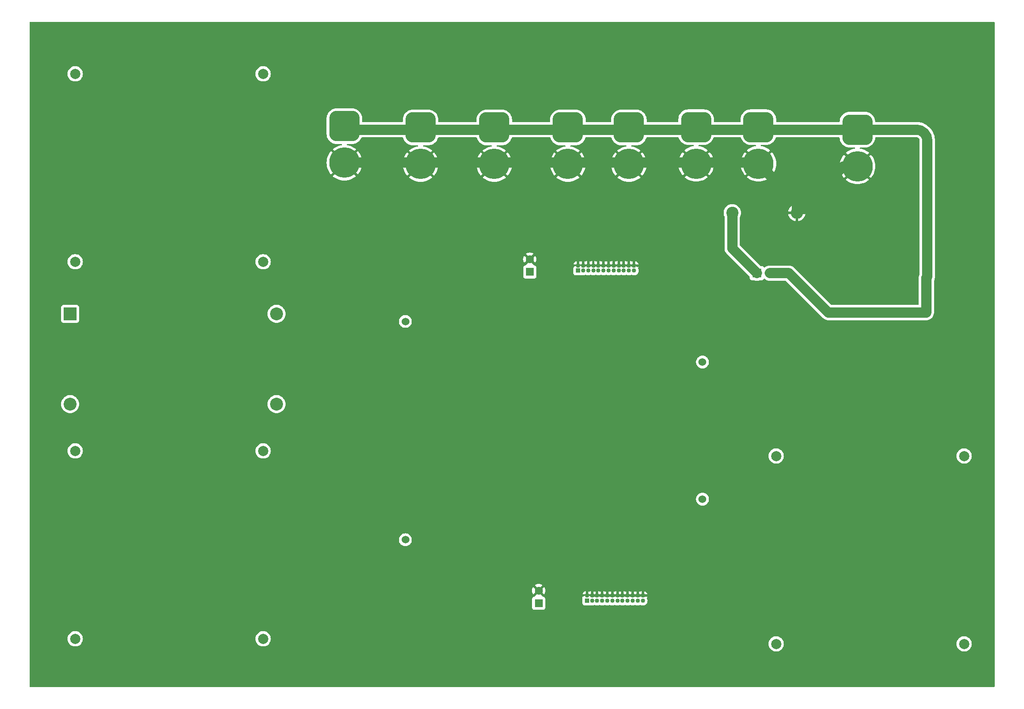
<source format=gbr>
%TF.GenerationSoftware,KiCad,Pcbnew,8.0.4*%
%TF.CreationDate,2025-03-28T11:12:59+01:00*%
%TF.ProjectId,final_agv_pdb,66696e61-6c5f-4616-9776-5f7064622e6b,rev?*%
%TF.SameCoordinates,Original*%
%TF.FileFunction,Copper,L2,Bot*%
%TF.FilePolarity,Positive*%
%FSLAX46Y46*%
G04 Gerber Fmt 4.6, Leading zero omitted, Abs format (unit mm)*
G04 Created by KiCad (PCBNEW 8.0.4) date 2025-03-28 11:12:59*
%MOMM*%
%LPD*%
G01*
G04 APERTURE LIST*
G04 Aperture macros list*
%AMRoundRect*
0 Rectangle with rounded corners*
0 $1 Rounding radius*
0 $2 $3 $4 $5 $6 $7 $8 $9 X,Y pos of 4 corners*
0 Add a 4 corners polygon primitive as box body*
4,1,4,$2,$3,$4,$5,$6,$7,$8,$9,$2,$3,0*
0 Add four circle primitives for the rounded corners*
1,1,$1+$1,$2,$3*
1,1,$1+$1,$4,$5*
1,1,$1+$1,$6,$7*
1,1,$1+$1,$8,$9*
0 Add four rect primitives between the rounded corners*
20,1,$1+$1,$2,$3,$4,$5,0*
20,1,$1+$1,$4,$5,$6,$7,0*
20,1,$1+$1,$6,$7,$8,$9,0*
20,1,$1+$1,$8,$9,$2,$3,0*%
G04 Aperture macros list end*
%TA.AperFunction,ComponentPad*%
%ADD10R,1.600000X1.600000*%
%TD*%
%TA.AperFunction,ComponentPad*%
%ADD11O,1.600000X1.600000*%
%TD*%
%TA.AperFunction,ComponentPad*%
%ADD12RoundRect,1.500000X-1.500000X1.500000X-1.500000X-1.500000X1.500000X-1.500000X1.500000X1.500000X0*%
%TD*%
%TA.AperFunction,ComponentPad*%
%ADD13C,6.000000*%
%TD*%
%TA.AperFunction,ComponentPad*%
%ADD14C,1.600000*%
%TD*%
%TA.AperFunction,ComponentPad*%
%ADD15R,2.540000X2.540000*%
%TD*%
%TA.AperFunction,ComponentPad*%
%ADD16C,2.540000*%
%TD*%
%TA.AperFunction,ComponentPad*%
%ADD17R,0.850000X0.850000*%
%TD*%
%TA.AperFunction,ComponentPad*%
%ADD18O,0.850000X0.850000*%
%TD*%
%TA.AperFunction,ComponentPad*%
%ADD19C,2.400000*%
%TD*%
%TA.AperFunction,ComponentPad*%
%ADD20O,2.400000X2.400000*%
%TD*%
%TA.AperFunction,ComponentPad*%
%ADD21C,2.000000*%
%TD*%
%TA.AperFunction,ComponentPad*%
%ADD22R,1.800000X1.800000*%
%TD*%
%TA.AperFunction,ComponentPad*%
%ADD23C,1.800000*%
%TD*%
%TA.AperFunction,ComponentPad*%
%ADD24C,1.524000*%
%TD*%
%TA.AperFunction,ViaPad*%
%ADD25C,0.600000*%
%TD*%
%TA.AperFunction,Conductor*%
%ADD26C,2.000000*%
%TD*%
%TA.AperFunction,Conductor*%
%ADD27C,0.500000*%
%TD*%
G04 APERTURE END LIST*
D10*
%TO.P,SW1,1,A*%
%TO.N,/VCC*%
X237955000Y-87250000D03*
D11*
%TO.P,SW1,2,B*%
X245575000Y-87250000D03*
%TD*%
D12*
%TO.P,J2,1,Pin_1*%
%TO.N,/VCC*%
X146000000Y-50800000D03*
D13*
%TO.P,J2,2,Pin_2*%
%TO.N,/GND*%
X146000000Y-58000000D03*
%TD*%
D10*
%TO.P,C1,1*%
%TO.N,/5V*%
X167500000Y-79250000D03*
D14*
%TO.P,C1,2*%
%TO.N,/GND*%
X167500000Y-76750000D03*
%TD*%
D12*
%TO.P,J3,1,Pin_1*%
%TO.N,/VCC*%
X160500000Y-50800000D03*
D13*
%TO.P,J3,2,Pin_2*%
%TO.N,/GND*%
X160500000Y-58000000D03*
%TD*%
D12*
%TO.P,J7,1,Pin_1*%
%TO.N,/VCC*%
X212500000Y-50750000D03*
D13*
%TO.P,J7,2,Pin_2*%
%TO.N,/GND*%
X212500000Y-57950000D03*
%TD*%
D15*
%TO.P,LM2596,1*%
%TO.N,N/C*%
X77000000Y-87500000D03*
D16*
%TO.P,LM2596,2*%
X77000000Y-105280000D03*
%TO.P,LM2596,3*%
X117640000Y-105280000D03*
%TO.P,LM2596,4*%
X117640000Y-87500000D03*
%TD*%
D12*
%TO.P,J4,1,Pin_1*%
%TO.N,/VCC*%
X175000000Y-50800000D03*
D13*
%TO.P,J4,2,Pin_2*%
%TO.N,/GND*%
X175000000Y-58000000D03*
%TD*%
D12*
%TO.P,J5,1,Pin_1*%
%TO.N,/VCC*%
X187000000Y-50800000D03*
D13*
%TO.P,J5,2,Pin_2*%
%TO.N,/GND*%
X187000000Y-58000000D03*
%TD*%
D17*
%TO.P,J9,1,Pin_1*%
%TO.N,/3.3V*%
X178750000Y-144000000D03*
D18*
%TO.P,J9,2,Pin_2*%
%TO.N,/GND*%
X178750000Y-143000000D03*
%TO.P,J9,3,Pin_3*%
%TO.N,/3.3V*%
X179750000Y-144000000D03*
%TO.P,J9,4,Pin_4*%
%TO.N,/GND*%
X179750000Y-143000000D03*
%TO.P,J9,5,Pin_5*%
%TO.N,/3.3V*%
X180750000Y-144000000D03*
%TO.P,J9,6,Pin_6*%
%TO.N,/GND*%
X180750000Y-143000000D03*
%TO.P,J9,7,Pin_7*%
%TO.N,/3.3V*%
X181750000Y-144000000D03*
%TO.P,J9,8,Pin_8*%
%TO.N,/GND*%
X181750000Y-143000000D03*
%TO.P,J9,9,Pin_9*%
%TO.N,/3.3V*%
X182750000Y-144000000D03*
%TO.P,J9,10,Pin_10*%
%TO.N,/GND*%
X182750000Y-143000000D03*
%TO.P,J9,11,Pin_11*%
%TO.N,/3.3V*%
X183750000Y-144000000D03*
%TO.P,J9,12,Pin_12*%
%TO.N,/GND*%
X183750000Y-143000000D03*
%TO.P,J9,13,Pin_13*%
%TO.N,/3.3V*%
X184750000Y-144000000D03*
%TO.P,J9,14,Pin_14*%
%TO.N,/GND*%
X184750000Y-143000000D03*
%TO.P,J9,15,Pin_15*%
%TO.N,/3.3V*%
X185750000Y-144000000D03*
%TO.P,J9,16,Pin_16*%
%TO.N,/GND*%
X185750000Y-143000000D03*
%TO.P,J9,17,Pin_17*%
%TO.N,/3.3V*%
X186750000Y-144000000D03*
%TO.P,J9,18,Pin_18*%
%TO.N,/GND*%
X186750000Y-143000000D03*
%TO.P,J9,19,Pin_19*%
%TO.N,/3.3V*%
X187750000Y-144000000D03*
%TO.P,J9,20,Pin_20*%
%TO.N,/GND*%
X187750000Y-143000000D03*
%TO.P,J9,21,Pin_21*%
%TO.N,/3.3V*%
X188750000Y-144000000D03*
%TO.P,J9,22,Pin_22*%
%TO.N,/GND*%
X188750000Y-143000000D03*
%TO.P,J9,23,Pin_23*%
%TO.N,/3.3V*%
X189750000Y-144000000D03*
%TO.P,J9,24,Pin_24*%
%TO.N,/GND*%
X189750000Y-143000000D03*
%TD*%
D19*
%TO.P,R1,1*%
%TO.N,/L*%
X207360000Y-67590000D03*
D20*
%TO.P,R1,2*%
%TO.N,/GND*%
X220060000Y-67590000D03*
%TD*%
D12*
%TO.P,J1,1,Pin_1*%
%TO.N,/VCC*%
X131000000Y-50550000D03*
D13*
%TO.P,J1,2,Pin_2*%
%TO.N,/GND*%
X131000000Y-57750000D03*
%TD*%
D21*
%TO.P,REF\u002A\u002A,1*%
%TO.N,N/C*%
X253000000Y-115500000D03*
%TO.P,REF\u002A\u002A,2*%
X216000000Y-115500000D03*
%TO.P,REF\u002A\u002A,3*%
X216000000Y-152500000D03*
%TO.P,REF\u002A\u002A,4*%
X253000000Y-152500000D03*
%TD*%
D22*
%TO.P,D1,1,K*%
%TO.N,/L*%
X212210000Y-79500000D03*
D23*
%TO.P,D1,2,A*%
%TO.N,/VCC*%
X214750000Y-79500000D03*
%TD*%
D10*
%TO.P,C2,1*%
%TO.N,/3.3V*%
X169250000Y-144500000D03*
D14*
%TO.P,C2,2*%
%TO.N,/GND*%
X169250000Y-142000000D03*
%TD*%
D21*
%TO.P,REF\u002A\u002A,1*%
%TO.N,N/C*%
X115000000Y-114500000D03*
%TO.P,REF\u002A\u002A,2*%
X78000000Y-114500000D03*
%TO.P,REF\u002A\u002A,3*%
X78000000Y-151500000D03*
%TO.P,REF\u002A\u002A,4*%
X115000000Y-151500000D03*
%TD*%
%TO.P,REF\u002A\u002A,1*%
%TO.N,N/C*%
X115000000Y-40250000D03*
%TO.P,REF\u002A\u002A,2*%
X78000000Y-40250000D03*
%TO.P,REF\u002A\u002A,3*%
X78000000Y-77250000D03*
%TO.P,REF\u002A\u002A,4*%
X115000000Y-77250000D03*
%TD*%
D12*
%TO.P,BATTERY,1,+*%
%TO.N,/VCC*%
X232000000Y-51250000D03*
D13*
%TO.P,BATTERY,2,-*%
%TO.N,/GND*%
X232000000Y-58450000D03*
%TD*%
D17*
%TO.P,5V,1,Pin_1*%
%TO.N,/5V*%
X177000000Y-79000000D03*
D18*
%TO.P,5V,2,Pin_2*%
%TO.N,/GND*%
X177000000Y-78000000D03*
%TO.P,5V,3,Pin_3*%
%TO.N,/5V*%
X178000000Y-79000000D03*
%TO.P,5V,4,Pin_4*%
%TO.N,/GND*%
X178000000Y-78000000D03*
%TO.P,5V,5,Pin_5*%
%TO.N,/5V*%
X179000000Y-79000000D03*
%TO.P,5V,6,Pin_6*%
%TO.N,/GND*%
X179000000Y-78000000D03*
%TO.P,5V,7,Pin_7*%
%TO.N,/5V*%
X180000000Y-79000000D03*
%TO.P,5V,8,Pin_8*%
%TO.N,/GND*%
X180000000Y-78000000D03*
%TO.P,5V,9,Pin_9*%
%TO.N,/5V*%
X181000000Y-79000000D03*
%TO.P,5V,10,Pin_10*%
%TO.N,/GND*%
X181000000Y-78000000D03*
%TO.P,5V,11,Pin_11*%
%TO.N,/5V*%
X182000000Y-79000000D03*
%TO.P,5V,12,Pin_12*%
%TO.N,/GND*%
X182000000Y-78000000D03*
%TO.P,5V,13,Pin_13*%
%TO.N,/5V*%
X183000000Y-79000000D03*
%TO.P,5V,14,Pin_14*%
%TO.N,/GND*%
X183000000Y-78000000D03*
%TO.P,5V,15,Pin_15*%
%TO.N,/5V*%
X184000000Y-79000000D03*
%TO.P,5V,16,Pin_16*%
%TO.N,/GND*%
X184000000Y-78000000D03*
%TO.P,5V,17,Pin_17*%
%TO.N,/5V*%
X185000000Y-79000000D03*
%TO.P,5V,18,Pin_18*%
%TO.N,/GND*%
X185000000Y-78000000D03*
%TO.P,5V,19,Pin_19*%
%TO.N,/5V*%
X186000000Y-79000000D03*
%TO.P,5V,20,Pin_20*%
%TO.N,/GND*%
X186000000Y-78000000D03*
%TO.P,5V,21,Pin_21*%
%TO.N,/5V*%
X187000000Y-79000000D03*
%TO.P,5V,22,Pin_22*%
%TO.N,/GND*%
X187000000Y-78000000D03*
%TO.P,5V,23,Pin_23*%
%TO.N,/5V*%
X188000000Y-79000000D03*
%TO.P,5V,24,Pin_24*%
%TO.N,/GND*%
X188000000Y-78000000D03*
%TD*%
D24*
%TO.P,REF\u002A\u002A,1*%
%TO.N,N/C*%
X143000000Y-89000000D03*
%TO.P,REF\u002A\u002A,2*%
X143000000Y-132000000D03*
%TO.P,REF\u002A\u002A,3*%
X201500000Y-124000000D03*
%TO.P,REF\u002A\u002A,4*%
X201500000Y-97000000D03*
%TD*%
D12*
%TO.P,J6,1,Pin_1*%
%TO.N,/VCC*%
X200250000Y-50750000D03*
D13*
%TO.P,J6,2,Pin_2*%
%TO.N,/GND*%
X200250000Y-57950000D03*
%TD*%
D25*
%TO.N,/GND*%
X189500000Y-82500000D03*
%TD*%
D26*
%TO.N,/GND*%
X220060000Y-65510000D02*
X212500000Y-57950000D01*
X131000000Y-57750000D02*
X212300000Y-57750000D01*
D27*
X189500000Y-82500000D02*
X189750000Y-82750000D01*
X189750000Y-82750000D02*
X189750000Y-143000000D01*
D26*
X212300000Y-57750000D02*
X212500000Y-57950000D01*
X229200000Y-58450000D02*
X220060000Y-67590000D01*
X220060000Y-67590000D02*
X220060000Y-65510000D01*
X232000000Y-58450000D02*
X229200000Y-58450000D01*
%TO.N,/VCC*%
X231500000Y-50750000D02*
X232000000Y-51250000D01*
X232000000Y-51250000D02*
X243671573Y-51250000D01*
X218500000Y-79500000D02*
X214750000Y-79500000D01*
X245575000Y-87250000D02*
X245575000Y-80425000D01*
X245085787Y-51835787D02*
X245164214Y-51914214D01*
X232000000Y-51250000D02*
X131700000Y-51250000D01*
X131700000Y-51250000D02*
X131000000Y-50550000D01*
X245750000Y-53328427D02*
X245750000Y-80250000D01*
X237955000Y-87250000D02*
X226250000Y-87250000D01*
X237955000Y-87250000D02*
X245575000Y-87250000D01*
X226250000Y-87250000D02*
X218500000Y-79500000D01*
X245575000Y-80425000D02*
X245750000Y-80250000D01*
X245085787Y-51835787D02*
G75*
G03*
X243671573Y-51250019I-1414187J-1414213D01*
G01*
X245164214Y-51914214D02*
G75*
G02*
X245749981Y-53328427I-1414214J-1414186D01*
G01*
%TO.N,/L*%
X207360000Y-74650000D02*
X212210000Y-79500000D01*
X207360000Y-67590000D02*
X207360000Y-74650000D01*
%TD*%
%TA.AperFunction,Conductor*%
%TO.N,/GND*%
G36*
X258942539Y-30020185D02*
G01*
X258988294Y-30072989D01*
X258999500Y-30124500D01*
X258999500Y-160875500D01*
X258979815Y-160942539D01*
X258927011Y-160988294D01*
X258875500Y-160999500D01*
X69124500Y-160999500D01*
X69057461Y-160979815D01*
X69011706Y-160927011D01*
X69000500Y-160875500D01*
X69000500Y-151499994D01*
X76494357Y-151499994D01*
X76494357Y-151500005D01*
X76514890Y-151747812D01*
X76514892Y-151747824D01*
X76575936Y-151988881D01*
X76675826Y-152216606D01*
X76811833Y-152424782D01*
X76811836Y-152424785D01*
X76980256Y-152607738D01*
X77176491Y-152760474D01*
X77395190Y-152878828D01*
X77630386Y-152959571D01*
X77875665Y-153000500D01*
X78124335Y-153000500D01*
X78369614Y-152959571D01*
X78604810Y-152878828D01*
X78823509Y-152760474D01*
X79019744Y-152607738D01*
X79188164Y-152424785D01*
X79324173Y-152216607D01*
X79424063Y-151988881D01*
X79485108Y-151747821D01*
X79485109Y-151747812D01*
X79505643Y-151500005D01*
X79505643Y-151499994D01*
X113494357Y-151499994D01*
X113494357Y-151500005D01*
X113514890Y-151747812D01*
X113514892Y-151747824D01*
X113575936Y-151988881D01*
X113675826Y-152216606D01*
X113811833Y-152424782D01*
X113811836Y-152424785D01*
X113980256Y-152607738D01*
X114176491Y-152760474D01*
X114395190Y-152878828D01*
X114630386Y-152959571D01*
X114875665Y-153000500D01*
X115124335Y-153000500D01*
X115369614Y-152959571D01*
X115604810Y-152878828D01*
X115823509Y-152760474D01*
X116019744Y-152607738D01*
X116118929Y-152499994D01*
X214494357Y-152499994D01*
X214494357Y-152500005D01*
X214514890Y-152747812D01*
X214514892Y-152747824D01*
X214575936Y-152988881D01*
X214675826Y-153216606D01*
X214811833Y-153424782D01*
X214811836Y-153424785D01*
X214980256Y-153607738D01*
X215176491Y-153760474D01*
X215395190Y-153878828D01*
X215630386Y-153959571D01*
X215875665Y-154000500D01*
X216124335Y-154000500D01*
X216369614Y-153959571D01*
X216604810Y-153878828D01*
X216823509Y-153760474D01*
X217019744Y-153607738D01*
X217188164Y-153424785D01*
X217324173Y-153216607D01*
X217424063Y-152988881D01*
X217485108Y-152747821D01*
X217505643Y-152500000D01*
X217505643Y-152499994D01*
X251494357Y-152499994D01*
X251494357Y-152500005D01*
X251514890Y-152747812D01*
X251514892Y-152747824D01*
X251575936Y-152988881D01*
X251675826Y-153216606D01*
X251811833Y-153424782D01*
X251811836Y-153424785D01*
X251980256Y-153607738D01*
X252176491Y-153760474D01*
X252395190Y-153878828D01*
X252630386Y-153959571D01*
X252875665Y-154000500D01*
X253124335Y-154000500D01*
X253369614Y-153959571D01*
X253604810Y-153878828D01*
X253823509Y-153760474D01*
X254019744Y-153607738D01*
X254188164Y-153424785D01*
X254324173Y-153216607D01*
X254424063Y-152988881D01*
X254485108Y-152747821D01*
X254505643Y-152500000D01*
X254499410Y-152424782D01*
X254485109Y-152252187D01*
X254485107Y-152252175D01*
X254424063Y-152011118D01*
X254324173Y-151783393D01*
X254188166Y-151575217D01*
X254118928Y-151500005D01*
X254019744Y-151392262D01*
X253823509Y-151239526D01*
X253823507Y-151239525D01*
X253823506Y-151239524D01*
X253604811Y-151121172D01*
X253604802Y-151121169D01*
X253369616Y-151040429D01*
X253124335Y-150999500D01*
X252875665Y-150999500D01*
X252630383Y-151040429D01*
X252395197Y-151121169D01*
X252395188Y-151121172D01*
X252176493Y-151239524D01*
X251980257Y-151392261D01*
X251811833Y-151575217D01*
X251675826Y-151783393D01*
X251575936Y-152011118D01*
X251514892Y-152252175D01*
X251514890Y-152252187D01*
X251494357Y-152499994D01*
X217505643Y-152499994D01*
X217499410Y-152424782D01*
X217485109Y-152252187D01*
X217485107Y-152252175D01*
X217424063Y-152011118D01*
X217324173Y-151783393D01*
X217188166Y-151575217D01*
X217118928Y-151500005D01*
X217019744Y-151392262D01*
X216823509Y-151239526D01*
X216823507Y-151239525D01*
X216823506Y-151239524D01*
X216604811Y-151121172D01*
X216604802Y-151121169D01*
X216369616Y-151040429D01*
X216124335Y-150999500D01*
X215875665Y-150999500D01*
X215630383Y-151040429D01*
X215395197Y-151121169D01*
X215395188Y-151121172D01*
X215176493Y-151239524D01*
X214980257Y-151392261D01*
X214811833Y-151575217D01*
X214675826Y-151783393D01*
X214575936Y-152011118D01*
X214514892Y-152252175D01*
X214514890Y-152252187D01*
X214494357Y-152499994D01*
X116118929Y-152499994D01*
X116188164Y-152424785D01*
X116324173Y-152216607D01*
X116424063Y-151988881D01*
X116485108Y-151747821D01*
X116485109Y-151747812D01*
X116505643Y-151500005D01*
X116505643Y-151499994D01*
X116485109Y-151252187D01*
X116485107Y-151252175D01*
X116424063Y-151011118D01*
X116324173Y-150783393D01*
X116188166Y-150575217D01*
X116166557Y-150551744D01*
X116019744Y-150392262D01*
X115823509Y-150239526D01*
X115823507Y-150239525D01*
X115823506Y-150239524D01*
X115604811Y-150121172D01*
X115604802Y-150121169D01*
X115369616Y-150040429D01*
X115124335Y-149999500D01*
X114875665Y-149999500D01*
X114630383Y-150040429D01*
X114395197Y-150121169D01*
X114395188Y-150121172D01*
X114176493Y-150239524D01*
X113980257Y-150392261D01*
X113811833Y-150575217D01*
X113675826Y-150783393D01*
X113575936Y-151011118D01*
X113514892Y-151252175D01*
X113514890Y-151252187D01*
X113494357Y-151499994D01*
X79505643Y-151499994D01*
X79485109Y-151252187D01*
X79485107Y-151252175D01*
X79424063Y-151011118D01*
X79324173Y-150783393D01*
X79188166Y-150575217D01*
X79166557Y-150551744D01*
X79019744Y-150392262D01*
X78823509Y-150239526D01*
X78823507Y-150239525D01*
X78823506Y-150239524D01*
X78604811Y-150121172D01*
X78604802Y-150121169D01*
X78369616Y-150040429D01*
X78124335Y-149999500D01*
X77875665Y-149999500D01*
X77630383Y-150040429D01*
X77395197Y-150121169D01*
X77395188Y-150121172D01*
X77176493Y-150239524D01*
X76980257Y-150392261D01*
X76811833Y-150575217D01*
X76675826Y-150783393D01*
X76575936Y-151011118D01*
X76514892Y-151252175D01*
X76514890Y-151252187D01*
X76494357Y-151499994D01*
X69000500Y-151499994D01*
X69000500Y-141999997D01*
X167945034Y-141999997D01*
X167945034Y-142000002D01*
X167964858Y-142226599D01*
X167964860Y-142226610D01*
X168023730Y-142446317D01*
X168023735Y-142446331D01*
X168119863Y-142652478D01*
X168170974Y-142725472D01*
X168850000Y-142046446D01*
X168850000Y-142052661D01*
X168877259Y-142154394D01*
X168929920Y-142245606D01*
X169004394Y-142320080D01*
X169095606Y-142372741D01*
X169197339Y-142400000D01*
X169203553Y-142400000D01*
X168519352Y-143084199D01*
X168509506Y-143133194D01*
X168460890Y-143183377D01*
X168405367Y-143198049D01*
X168405423Y-143199099D01*
X168405429Y-143199146D01*
X168405426Y-143199146D01*
X168405436Y-143199324D01*
X168402123Y-143199501D01*
X168342516Y-143205908D01*
X168207671Y-143256202D01*
X168207664Y-143256206D01*
X168092455Y-143342452D01*
X168092452Y-143342455D01*
X168006206Y-143457664D01*
X168006202Y-143457671D01*
X167955908Y-143592517D01*
X167949501Y-143652116D01*
X167949501Y-143652123D01*
X167949500Y-143652135D01*
X167949500Y-145347870D01*
X167949501Y-145347876D01*
X167955908Y-145407483D01*
X168006202Y-145542328D01*
X168006206Y-145542335D01*
X168092452Y-145657544D01*
X168092455Y-145657547D01*
X168207664Y-145743793D01*
X168207671Y-145743797D01*
X168342517Y-145794091D01*
X168342516Y-145794091D01*
X168349444Y-145794835D01*
X168402127Y-145800500D01*
X170097872Y-145800499D01*
X170157483Y-145794091D01*
X170292331Y-145743796D01*
X170407546Y-145657546D01*
X170493796Y-145542331D01*
X170544091Y-145407483D01*
X170550500Y-145347873D01*
X170550499Y-143652128D01*
X170544091Y-143592517D01*
X170519705Y-143527135D01*
X177824500Y-143527135D01*
X177824500Y-144472870D01*
X177824501Y-144472876D01*
X177830908Y-144532483D01*
X177881202Y-144667328D01*
X177881206Y-144667335D01*
X177967452Y-144782544D01*
X177967455Y-144782547D01*
X178082664Y-144868793D01*
X178082671Y-144868797D01*
X178217517Y-144919091D01*
X178217516Y-144919091D01*
X178224444Y-144919835D01*
X178277127Y-144925500D01*
X179222872Y-144925499D01*
X179282483Y-144919091D01*
X179374530Y-144884759D01*
X179444218Y-144879776D01*
X179456039Y-144883678D01*
X179456246Y-144883042D01*
X179462426Y-144885049D01*
X179462429Y-144885051D01*
X179652726Y-144925500D01*
X179847274Y-144925500D01*
X180037566Y-144885052D01*
X180037565Y-144885052D01*
X180037571Y-144885051D01*
X180199569Y-144812925D01*
X180268815Y-144803642D01*
X180300425Y-144812922D01*
X180462429Y-144885051D01*
X180462432Y-144885051D01*
X180462433Y-144885052D01*
X180652726Y-144925500D01*
X180847274Y-144925500D01*
X181037566Y-144885052D01*
X181037565Y-144885052D01*
X181037571Y-144885051D01*
X181199569Y-144812925D01*
X181268815Y-144803642D01*
X181300425Y-144812922D01*
X181462429Y-144885051D01*
X181462432Y-144885051D01*
X181462433Y-144885052D01*
X181652726Y-144925500D01*
X181847274Y-144925500D01*
X182037566Y-144885052D01*
X182037565Y-144885052D01*
X182037571Y-144885051D01*
X182199569Y-144812925D01*
X182268815Y-144803642D01*
X182300425Y-144812922D01*
X182462429Y-144885051D01*
X182462432Y-144885051D01*
X182462433Y-144885052D01*
X182652726Y-144925500D01*
X182847274Y-144925500D01*
X183037566Y-144885052D01*
X183037565Y-144885052D01*
X183037571Y-144885051D01*
X183199569Y-144812925D01*
X183268815Y-144803642D01*
X183300425Y-144812922D01*
X183462429Y-144885051D01*
X183462432Y-144885051D01*
X183462433Y-144885052D01*
X183652726Y-144925500D01*
X183847274Y-144925500D01*
X184037566Y-144885052D01*
X184037565Y-144885052D01*
X184037571Y-144885051D01*
X184199569Y-144812925D01*
X184268815Y-144803642D01*
X184300425Y-144812922D01*
X184462429Y-144885051D01*
X184462432Y-144885051D01*
X184462433Y-144885052D01*
X184652726Y-144925500D01*
X184847274Y-144925500D01*
X185037566Y-144885052D01*
X185037565Y-144885052D01*
X185037571Y-144885051D01*
X185199569Y-144812925D01*
X185268815Y-144803642D01*
X185300425Y-144812922D01*
X185462429Y-144885051D01*
X185462432Y-144885051D01*
X185462433Y-144885052D01*
X185652726Y-144925500D01*
X185847274Y-144925500D01*
X186037566Y-144885052D01*
X186037565Y-144885052D01*
X186037571Y-144885051D01*
X186199569Y-144812925D01*
X186268815Y-144803642D01*
X186300425Y-144812922D01*
X186462429Y-144885051D01*
X186462432Y-144885051D01*
X186462433Y-144885052D01*
X186652726Y-144925500D01*
X186847274Y-144925500D01*
X187037566Y-144885052D01*
X187037565Y-144885052D01*
X187037571Y-144885051D01*
X187199569Y-144812925D01*
X187268815Y-144803642D01*
X187300425Y-144812922D01*
X187462429Y-144885051D01*
X187462432Y-144885051D01*
X187462433Y-144885052D01*
X187652726Y-144925500D01*
X187847274Y-144925500D01*
X188037566Y-144885052D01*
X188037565Y-144885052D01*
X188037571Y-144885051D01*
X188199569Y-144812925D01*
X188268815Y-144803642D01*
X188300425Y-144812922D01*
X188462429Y-144885051D01*
X188462432Y-144885051D01*
X188462433Y-144885052D01*
X188652726Y-144925500D01*
X188847274Y-144925500D01*
X189037566Y-144885052D01*
X189037565Y-144885052D01*
X189037571Y-144885051D01*
X189199569Y-144812925D01*
X189268815Y-144803642D01*
X189300425Y-144812922D01*
X189462429Y-144885051D01*
X189462432Y-144885051D01*
X189462433Y-144885052D01*
X189652726Y-144925500D01*
X189847274Y-144925500D01*
X190037571Y-144885051D01*
X190215299Y-144805922D01*
X190372692Y-144691569D01*
X190394513Y-144667335D01*
X190400895Y-144660245D01*
X190502870Y-144546992D01*
X190600144Y-144378508D01*
X190660262Y-144193482D01*
X190680598Y-144000000D01*
X190660262Y-143806518D01*
X190600144Y-143621492D01*
X190565506Y-143561498D01*
X190549034Y-143493598D01*
X190565508Y-143437498D01*
X190599680Y-143378310D01*
X190599684Y-143378301D01*
X190641372Y-143250000D01*
X190332559Y-143250000D01*
X190265520Y-143230315D01*
X190259673Y-143226318D01*
X190215297Y-143194076D01*
X190064663Y-143127011D01*
X190037571Y-143114949D01*
X190037569Y-143114948D01*
X189978211Y-143102331D01*
X190000000Y-143049728D01*
X190000000Y-142950272D01*
X189961940Y-142858386D01*
X189891614Y-142788060D01*
X189799728Y-142750000D01*
X190000000Y-142750000D01*
X190641372Y-142750000D01*
X190641371Y-142749999D01*
X190599683Y-142621693D01*
X190599682Y-142621692D01*
X190502463Y-142453305D01*
X190502464Y-142453305D01*
X190372360Y-142308809D01*
X190372357Y-142308807D01*
X190215051Y-142194516D01*
X190037412Y-142115426D01*
X190000000Y-142107473D01*
X190000000Y-142750000D01*
X189799728Y-142750000D01*
X189700272Y-142750000D01*
X189608386Y-142788060D01*
X189538060Y-142858386D01*
X189500000Y-142950272D01*
X189500000Y-143049728D01*
X189521788Y-143102331D01*
X189462430Y-143114948D01*
X189462427Y-143114949D01*
X189300434Y-143187072D01*
X189231184Y-143196356D01*
X189199566Y-143187072D01*
X189037572Y-143114949D01*
X189037569Y-143114948D01*
X188978211Y-143102331D01*
X189000000Y-143049728D01*
X189000000Y-142950272D01*
X188961940Y-142858386D01*
X188891614Y-142788060D01*
X188799728Y-142750000D01*
X188700272Y-142750000D01*
X188608386Y-142788060D01*
X188538060Y-142858386D01*
X188500000Y-142950272D01*
X188500000Y-143049728D01*
X188521788Y-143102331D01*
X188462430Y-143114948D01*
X188462427Y-143114949D01*
X188300434Y-143187072D01*
X188231184Y-143196356D01*
X188199566Y-143187072D01*
X188037572Y-143114949D01*
X188037569Y-143114948D01*
X187978211Y-143102331D01*
X188000000Y-143049728D01*
X188000000Y-142950272D01*
X187961940Y-142858386D01*
X187891614Y-142788060D01*
X187799728Y-142750000D01*
X187700272Y-142750000D01*
X187608386Y-142788060D01*
X187538060Y-142858386D01*
X187500000Y-142950272D01*
X187500000Y-143049728D01*
X187521788Y-143102331D01*
X187462430Y-143114948D01*
X187462427Y-143114949D01*
X187300434Y-143187072D01*
X187231184Y-143196356D01*
X187199566Y-143187072D01*
X187037572Y-143114949D01*
X187037569Y-143114948D01*
X186978211Y-143102331D01*
X187000000Y-143049728D01*
X187000000Y-142950272D01*
X186961940Y-142858386D01*
X186891614Y-142788060D01*
X186799728Y-142750000D01*
X186700272Y-142750000D01*
X186608386Y-142788060D01*
X186538060Y-142858386D01*
X186500000Y-142950272D01*
X186500000Y-143049728D01*
X186521788Y-143102331D01*
X186462430Y-143114948D01*
X186462427Y-143114949D01*
X186300434Y-143187072D01*
X186231184Y-143196356D01*
X186199566Y-143187072D01*
X186037572Y-143114949D01*
X186037569Y-143114948D01*
X185978211Y-143102331D01*
X186000000Y-143049728D01*
X186000000Y-142950272D01*
X185961940Y-142858386D01*
X185891614Y-142788060D01*
X185799728Y-142750000D01*
X185700272Y-142750000D01*
X185608386Y-142788060D01*
X185538060Y-142858386D01*
X185500000Y-142950272D01*
X185500000Y-143049728D01*
X185521788Y-143102331D01*
X185462430Y-143114948D01*
X185462427Y-143114949D01*
X185300434Y-143187072D01*
X185231184Y-143196356D01*
X185199566Y-143187072D01*
X185037572Y-143114949D01*
X185037569Y-143114948D01*
X184978211Y-143102331D01*
X185000000Y-143049728D01*
X185000000Y-142950272D01*
X184961940Y-142858386D01*
X184891614Y-142788060D01*
X184799728Y-142750000D01*
X184700272Y-142750000D01*
X184608386Y-142788060D01*
X184538060Y-142858386D01*
X184500000Y-142950272D01*
X184500000Y-143049728D01*
X184521788Y-143102331D01*
X184462430Y-143114948D01*
X184462427Y-143114949D01*
X184300434Y-143187072D01*
X184231184Y-143196356D01*
X184199566Y-143187072D01*
X184037572Y-143114949D01*
X184037569Y-143114948D01*
X183978211Y-143102331D01*
X184000000Y-143049728D01*
X184000000Y-142950272D01*
X183961940Y-142858386D01*
X183891614Y-142788060D01*
X183799728Y-142750000D01*
X183700272Y-142750000D01*
X183608386Y-142788060D01*
X183538060Y-142858386D01*
X183500000Y-142950272D01*
X183500000Y-143049728D01*
X183521788Y-143102331D01*
X183462430Y-143114948D01*
X183462427Y-143114949D01*
X183300434Y-143187072D01*
X183231184Y-143196356D01*
X183199566Y-143187072D01*
X183037572Y-143114949D01*
X183037569Y-143114948D01*
X182978211Y-143102331D01*
X183000000Y-143049728D01*
X183000000Y-142950272D01*
X182961940Y-142858386D01*
X182891614Y-142788060D01*
X182799728Y-142750000D01*
X182700272Y-142750000D01*
X182608386Y-142788060D01*
X182538060Y-142858386D01*
X182500000Y-142950272D01*
X182500000Y-143049728D01*
X182521788Y-143102331D01*
X182462430Y-143114948D01*
X182462427Y-143114949D01*
X182300434Y-143187072D01*
X182231184Y-143196356D01*
X182199566Y-143187072D01*
X182037572Y-143114949D01*
X182037569Y-143114948D01*
X181978211Y-143102331D01*
X182000000Y-143049728D01*
X182000000Y-142950272D01*
X181961940Y-142858386D01*
X181891614Y-142788060D01*
X181799728Y-142750000D01*
X181700272Y-142750000D01*
X181608386Y-142788060D01*
X181538060Y-142858386D01*
X181500000Y-142950272D01*
X181500000Y-143049728D01*
X181521788Y-143102331D01*
X181462430Y-143114948D01*
X181462427Y-143114949D01*
X181300434Y-143187072D01*
X181231184Y-143196356D01*
X181199566Y-143187072D01*
X181037572Y-143114949D01*
X181037569Y-143114948D01*
X180978211Y-143102331D01*
X181000000Y-143049728D01*
X181000000Y-142950272D01*
X180961940Y-142858386D01*
X180891614Y-142788060D01*
X180799728Y-142750000D01*
X180700272Y-142750000D01*
X180608386Y-142788060D01*
X180538060Y-142858386D01*
X180500000Y-142950272D01*
X180500000Y-143049728D01*
X180521788Y-143102331D01*
X180462430Y-143114948D01*
X180462427Y-143114949D01*
X180300434Y-143187072D01*
X180231184Y-143196356D01*
X180199566Y-143187072D01*
X180037572Y-143114949D01*
X180037569Y-143114948D01*
X179978211Y-143102331D01*
X180000000Y-143049728D01*
X180000000Y-142950272D01*
X179961940Y-142858386D01*
X179891614Y-142788060D01*
X179799728Y-142750000D01*
X179700272Y-142750000D01*
X179608386Y-142788060D01*
X179538060Y-142858386D01*
X179500000Y-142950272D01*
X179500000Y-143049728D01*
X179521788Y-143102330D01*
X179462429Y-143114948D01*
X179456245Y-143116958D01*
X179455349Y-143114201D01*
X179398341Y-143121511D01*
X179374527Y-143115239D01*
X179282482Y-143080908D01*
X179282483Y-143080908D01*
X179222883Y-143074501D01*
X179222881Y-143074500D01*
X179222873Y-143074500D01*
X179222864Y-143074500D01*
X178989739Y-143074500D01*
X179000000Y-143049728D01*
X179000000Y-142950272D01*
X178961940Y-142858386D01*
X178891614Y-142788060D01*
X178799728Y-142750000D01*
X178700272Y-142750000D01*
X178608386Y-142788060D01*
X178538060Y-142858386D01*
X178500000Y-142950272D01*
X178500000Y-143049728D01*
X178510261Y-143074500D01*
X178277129Y-143074500D01*
X178277123Y-143074501D01*
X178217516Y-143080908D01*
X178082671Y-143131202D01*
X178082664Y-143131206D01*
X177960355Y-143222768D01*
X177958680Y-143220531D01*
X177909904Y-143247166D01*
X177883546Y-143250000D01*
X177858628Y-143250000D01*
X177870129Y-143285399D01*
X177872124Y-143355240D01*
X177868380Y-143367048D01*
X177830909Y-143467514D01*
X177830908Y-143467516D01*
X177824501Y-143527116D01*
X177824500Y-143527135D01*
X170519705Y-143527135D01*
X170493796Y-143457669D01*
X170493795Y-143457668D01*
X170493793Y-143457664D01*
X170407547Y-143342455D01*
X170407544Y-143342452D01*
X170292335Y-143256206D01*
X170292328Y-143256202D01*
X170157482Y-143205908D01*
X170157483Y-143205908D01*
X170097883Y-143199501D01*
X170097881Y-143199500D01*
X170097873Y-143199500D01*
X170097864Y-143199500D01*
X170094548Y-143199322D01*
X170094627Y-143197847D01*
X170033215Y-143179815D01*
X169987460Y-143127011D01*
X169979969Y-143083522D01*
X169646446Y-142749999D01*
X177858628Y-142749999D01*
X177858628Y-142750000D01*
X178500000Y-142750000D01*
X178500000Y-142107473D01*
X179000000Y-142107473D01*
X179000000Y-142750000D01*
X179500000Y-142750000D01*
X179500000Y-142107473D01*
X180000000Y-142107473D01*
X180000000Y-142750000D01*
X180500000Y-142750000D01*
X180500000Y-142107473D01*
X181000000Y-142107473D01*
X181000000Y-142750000D01*
X181500000Y-142750000D01*
X181500000Y-142107473D01*
X182000000Y-142107473D01*
X182000000Y-142750000D01*
X182500000Y-142750000D01*
X182500000Y-142107473D01*
X183000000Y-142107473D01*
X183000000Y-142750000D01*
X183500000Y-142750000D01*
X183500000Y-142107473D01*
X184000000Y-142107473D01*
X184000000Y-142750000D01*
X184500000Y-142750000D01*
X184500000Y-142107473D01*
X185000000Y-142107473D01*
X185000000Y-142750000D01*
X185500000Y-142750000D01*
X185500000Y-142107473D01*
X186000000Y-142107473D01*
X186000000Y-142750000D01*
X186500000Y-142750000D01*
X186500000Y-142107473D01*
X187000000Y-142107473D01*
X187000000Y-142750000D01*
X187500000Y-142750000D01*
X187500000Y-142107473D01*
X188000000Y-142107473D01*
X188000000Y-142750000D01*
X188500000Y-142750000D01*
X188500000Y-142107473D01*
X189000000Y-142107473D01*
X189000000Y-142750000D01*
X189500000Y-142750000D01*
X189500000Y-142107473D01*
X189462585Y-142115426D01*
X189462584Y-142115426D01*
X189300435Y-142187620D01*
X189231185Y-142196904D01*
X189199565Y-142187620D01*
X189037414Y-142115426D01*
X189000000Y-142107473D01*
X188500000Y-142107473D01*
X188462585Y-142115426D01*
X188462584Y-142115426D01*
X188300435Y-142187620D01*
X188231185Y-142196904D01*
X188199565Y-142187620D01*
X188037414Y-142115426D01*
X188000000Y-142107473D01*
X187500000Y-142107473D01*
X187462585Y-142115426D01*
X187462584Y-142115426D01*
X187300435Y-142187620D01*
X187231185Y-142196904D01*
X187199565Y-142187620D01*
X187037414Y-142115426D01*
X187000000Y-142107473D01*
X186500000Y-142107473D01*
X186462585Y-142115426D01*
X186462584Y-142115426D01*
X186300435Y-142187620D01*
X186231185Y-142196904D01*
X186199565Y-142187620D01*
X186037414Y-142115426D01*
X186000000Y-142107473D01*
X185500000Y-142107473D01*
X185462585Y-142115426D01*
X185462584Y-142115426D01*
X185300435Y-142187620D01*
X185231185Y-142196904D01*
X185199565Y-142187620D01*
X185037414Y-142115426D01*
X185000000Y-142107473D01*
X184500000Y-142107473D01*
X184462585Y-142115426D01*
X184462584Y-142115426D01*
X184300435Y-142187620D01*
X184231185Y-142196904D01*
X184199565Y-142187620D01*
X184037414Y-142115426D01*
X184000000Y-142107473D01*
X183500000Y-142107473D01*
X183462585Y-142115426D01*
X183462584Y-142115426D01*
X183300435Y-142187620D01*
X183231185Y-142196904D01*
X183199565Y-142187620D01*
X183037414Y-142115426D01*
X183000000Y-142107473D01*
X182500000Y-142107473D01*
X182462585Y-142115426D01*
X182462584Y-142115426D01*
X182300435Y-142187620D01*
X182231185Y-142196904D01*
X182199565Y-142187620D01*
X182037414Y-142115426D01*
X182000000Y-142107473D01*
X181500000Y-142107473D01*
X181462585Y-142115426D01*
X181462584Y-142115426D01*
X181300435Y-142187620D01*
X181231185Y-142196904D01*
X181199565Y-142187620D01*
X181037414Y-142115426D01*
X181000000Y-142107473D01*
X180500000Y-142107473D01*
X180462585Y-142115426D01*
X180462584Y-142115426D01*
X180300435Y-142187620D01*
X180231185Y-142196904D01*
X180199565Y-142187620D01*
X180037414Y-142115426D01*
X180000000Y-142107473D01*
X179500000Y-142107473D01*
X179462585Y-142115426D01*
X179462584Y-142115426D01*
X179300435Y-142187620D01*
X179231185Y-142196904D01*
X179199565Y-142187620D01*
X179037414Y-142115426D01*
X179000000Y-142107473D01*
X178500000Y-142107473D01*
X178462585Y-142115426D01*
X178462580Y-142115428D01*
X178284953Y-142194513D01*
X178127643Y-142308806D01*
X177997535Y-142453305D01*
X177900317Y-142621692D01*
X177900316Y-142621693D01*
X177858628Y-142749999D01*
X169646446Y-142749999D01*
X169296447Y-142400000D01*
X169302661Y-142400000D01*
X169404394Y-142372741D01*
X169495606Y-142320080D01*
X169570080Y-142245606D01*
X169622741Y-142154394D01*
X169650000Y-142052661D01*
X169650000Y-142046447D01*
X170329024Y-142725471D01*
X170380136Y-142652478D01*
X170476264Y-142446331D01*
X170476269Y-142446317D01*
X170535139Y-142226610D01*
X170535141Y-142226599D01*
X170554966Y-142000002D01*
X170554966Y-141999997D01*
X170535141Y-141773400D01*
X170535139Y-141773389D01*
X170476269Y-141553682D01*
X170476264Y-141553668D01*
X170380136Y-141347521D01*
X170380132Y-141347513D01*
X170329025Y-141274526D01*
X169650000Y-141953551D01*
X169650000Y-141947339D01*
X169622741Y-141845606D01*
X169570080Y-141754394D01*
X169495606Y-141679920D01*
X169404394Y-141627259D01*
X169302661Y-141600000D01*
X169296448Y-141600000D01*
X169975472Y-140920974D01*
X169902478Y-140869863D01*
X169696331Y-140773735D01*
X169696317Y-140773730D01*
X169476610Y-140714860D01*
X169476599Y-140714858D01*
X169250002Y-140695034D01*
X169249998Y-140695034D01*
X169023400Y-140714858D01*
X169023389Y-140714860D01*
X168803682Y-140773730D01*
X168803673Y-140773734D01*
X168597516Y-140869866D01*
X168597512Y-140869868D01*
X168524526Y-140920973D01*
X168524526Y-140920974D01*
X169203553Y-141600000D01*
X169197339Y-141600000D01*
X169095606Y-141627259D01*
X169004394Y-141679920D01*
X168929920Y-141754394D01*
X168877259Y-141845606D01*
X168850000Y-141947339D01*
X168850000Y-141953552D01*
X168170974Y-141274526D01*
X168170973Y-141274526D01*
X168119868Y-141347512D01*
X168119866Y-141347516D01*
X168023734Y-141553673D01*
X168023730Y-141553682D01*
X167964860Y-141773389D01*
X167964858Y-141773400D01*
X167945034Y-141999997D01*
X69000500Y-141999997D01*
X69000500Y-131999997D01*
X141732677Y-131999997D01*
X141732677Y-132000002D01*
X141751929Y-132220062D01*
X141751930Y-132220070D01*
X141809104Y-132433445D01*
X141809105Y-132433447D01*
X141809106Y-132433450D01*
X141902466Y-132633662D01*
X141902468Y-132633666D01*
X142029170Y-132814615D01*
X142029175Y-132814621D01*
X142185378Y-132970824D01*
X142185384Y-132970829D01*
X142366333Y-133097531D01*
X142366335Y-133097532D01*
X142366338Y-133097534D01*
X142566550Y-133190894D01*
X142779932Y-133248070D01*
X142937123Y-133261822D01*
X142999998Y-133267323D01*
X143000000Y-133267323D01*
X143000002Y-133267323D01*
X143055017Y-133262509D01*
X143220068Y-133248070D01*
X143433450Y-133190894D01*
X143633662Y-133097534D01*
X143814620Y-132970826D01*
X143970826Y-132814620D01*
X144097534Y-132633662D01*
X144190894Y-132433450D01*
X144248070Y-132220068D01*
X144267323Y-132000000D01*
X144248070Y-131779932D01*
X144190894Y-131566550D01*
X144097534Y-131366339D01*
X143970826Y-131185380D01*
X143814620Y-131029174D01*
X143814616Y-131029171D01*
X143814615Y-131029170D01*
X143633666Y-130902468D01*
X143633662Y-130902466D01*
X143633660Y-130902465D01*
X143433450Y-130809106D01*
X143433447Y-130809105D01*
X143433445Y-130809104D01*
X143220070Y-130751930D01*
X143220062Y-130751929D01*
X143000002Y-130732677D01*
X142999998Y-130732677D01*
X142779937Y-130751929D01*
X142779929Y-130751930D01*
X142566554Y-130809104D01*
X142566548Y-130809107D01*
X142366340Y-130902465D01*
X142366338Y-130902466D01*
X142185377Y-131029175D01*
X142029175Y-131185377D01*
X141902466Y-131366338D01*
X141902465Y-131366340D01*
X141809107Y-131566548D01*
X141809104Y-131566554D01*
X141751930Y-131779929D01*
X141751929Y-131779937D01*
X141732677Y-131999997D01*
X69000500Y-131999997D01*
X69000500Y-123999997D01*
X200232677Y-123999997D01*
X200232677Y-124000002D01*
X200251929Y-124220062D01*
X200251930Y-124220070D01*
X200309104Y-124433445D01*
X200309105Y-124433447D01*
X200309106Y-124433450D01*
X200402466Y-124633662D01*
X200402468Y-124633666D01*
X200529170Y-124814615D01*
X200529175Y-124814621D01*
X200685378Y-124970824D01*
X200685384Y-124970829D01*
X200866333Y-125097531D01*
X200866335Y-125097532D01*
X200866338Y-125097534D01*
X201066550Y-125190894D01*
X201279932Y-125248070D01*
X201437123Y-125261822D01*
X201499998Y-125267323D01*
X201500000Y-125267323D01*
X201500002Y-125267323D01*
X201555017Y-125262509D01*
X201720068Y-125248070D01*
X201933450Y-125190894D01*
X202133662Y-125097534D01*
X202314620Y-124970826D01*
X202470826Y-124814620D01*
X202597534Y-124633662D01*
X202690894Y-124433450D01*
X202748070Y-124220068D01*
X202767323Y-124000000D01*
X202748070Y-123779932D01*
X202690894Y-123566550D01*
X202597534Y-123366339D01*
X202470826Y-123185380D01*
X202314620Y-123029174D01*
X202314616Y-123029171D01*
X202314615Y-123029170D01*
X202133666Y-122902468D01*
X202133662Y-122902466D01*
X202133660Y-122902465D01*
X201933450Y-122809106D01*
X201933447Y-122809105D01*
X201933445Y-122809104D01*
X201720070Y-122751930D01*
X201720062Y-122751929D01*
X201500002Y-122732677D01*
X201499998Y-122732677D01*
X201279937Y-122751929D01*
X201279929Y-122751930D01*
X201066554Y-122809104D01*
X201066548Y-122809107D01*
X200866340Y-122902465D01*
X200866338Y-122902466D01*
X200685377Y-123029175D01*
X200529175Y-123185377D01*
X200402466Y-123366338D01*
X200402465Y-123366340D01*
X200309107Y-123566548D01*
X200309104Y-123566554D01*
X200251930Y-123779929D01*
X200251929Y-123779937D01*
X200232677Y-123999997D01*
X69000500Y-123999997D01*
X69000500Y-114499994D01*
X76494357Y-114499994D01*
X76494357Y-114500005D01*
X76514890Y-114747812D01*
X76514892Y-114747824D01*
X76575936Y-114988881D01*
X76675826Y-115216606D01*
X76811833Y-115424782D01*
X76811836Y-115424785D01*
X76980256Y-115607738D01*
X77176491Y-115760474D01*
X77395190Y-115878828D01*
X77630386Y-115959571D01*
X77875665Y-116000500D01*
X78124335Y-116000500D01*
X78369614Y-115959571D01*
X78604810Y-115878828D01*
X78823509Y-115760474D01*
X79019744Y-115607738D01*
X79188164Y-115424785D01*
X79324173Y-115216607D01*
X79424063Y-114988881D01*
X79485108Y-114747821D01*
X79485109Y-114747812D01*
X79505643Y-114500005D01*
X79505643Y-114499994D01*
X113494357Y-114499994D01*
X113494357Y-114500005D01*
X113514890Y-114747812D01*
X113514892Y-114747824D01*
X113575936Y-114988881D01*
X113675826Y-115216606D01*
X113811833Y-115424782D01*
X113811836Y-115424785D01*
X113980256Y-115607738D01*
X114176491Y-115760474D01*
X114395190Y-115878828D01*
X114630386Y-115959571D01*
X114875665Y-116000500D01*
X115124335Y-116000500D01*
X115369614Y-115959571D01*
X115604810Y-115878828D01*
X115823509Y-115760474D01*
X116019744Y-115607738D01*
X116118929Y-115499994D01*
X214494357Y-115499994D01*
X214494357Y-115500005D01*
X214514890Y-115747812D01*
X214514892Y-115747824D01*
X214575936Y-115988881D01*
X214675826Y-116216606D01*
X214811833Y-116424782D01*
X214811836Y-116424785D01*
X214980256Y-116607738D01*
X215176491Y-116760474D01*
X215395190Y-116878828D01*
X215630386Y-116959571D01*
X215875665Y-117000500D01*
X216124335Y-117000500D01*
X216369614Y-116959571D01*
X216604810Y-116878828D01*
X216823509Y-116760474D01*
X217019744Y-116607738D01*
X217188164Y-116424785D01*
X217324173Y-116216607D01*
X217424063Y-115988881D01*
X217485108Y-115747821D01*
X217505643Y-115500000D01*
X217505643Y-115499994D01*
X251494357Y-115499994D01*
X251494357Y-115500005D01*
X251514890Y-115747812D01*
X251514892Y-115747824D01*
X251575936Y-115988881D01*
X251675826Y-116216606D01*
X251811833Y-116424782D01*
X251811836Y-116424785D01*
X251980256Y-116607738D01*
X252176491Y-116760474D01*
X252395190Y-116878828D01*
X252630386Y-116959571D01*
X252875665Y-117000500D01*
X253124335Y-117000500D01*
X253369614Y-116959571D01*
X253604810Y-116878828D01*
X253823509Y-116760474D01*
X254019744Y-116607738D01*
X254188164Y-116424785D01*
X254324173Y-116216607D01*
X254424063Y-115988881D01*
X254485108Y-115747821D01*
X254505643Y-115500000D01*
X254499410Y-115424782D01*
X254485109Y-115252187D01*
X254485107Y-115252175D01*
X254424063Y-115011118D01*
X254324173Y-114783393D01*
X254188166Y-114575217D01*
X254118928Y-114500005D01*
X254019744Y-114392262D01*
X253823509Y-114239526D01*
X253823507Y-114239525D01*
X253823506Y-114239524D01*
X253604811Y-114121172D01*
X253604802Y-114121169D01*
X253369616Y-114040429D01*
X253124335Y-113999500D01*
X252875665Y-113999500D01*
X252630383Y-114040429D01*
X252395197Y-114121169D01*
X252395188Y-114121172D01*
X252176493Y-114239524D01*
X251980257Y-114392261D01*
X251811833Y-114575217D01*
X251675826Y-114783393D01*
X251575936Y-115011118D01*
X251514892Y-115252175D01*
X251514890Y-115252187D01*
X251494357Y-115499994D01*
X217505643Y-115499994D01*
X217499410Y-115424782D01*
X217485109Y-115252187D01*
X217485107Y-115252175D01*
X217424063Y-115011118D01*
X217324173Y-114783393D01*
X217188166Y-114575217D01*
X217118928Y-114500005D01*
X217019744Y-114392262D01*
X216823509Y-114239526D01*
X216823507Y-114239525D01*
X216823506Y-114239524D01*
X216604811Y-114121172D01*
X216604802Y-114121169D01*
X216369616Y-114040429D01*
X216124335Y-113999500D01*
X215875665Y-113999500D01*
X215630383Y-114040429D01*
X215395197Y-114121169D01*
X215395188Y-114121172D01*
X215176493Y-114239524D01*
X214980257Y-114392261D01*
X214811833Y-114575217D01*
X214675826Y-114783393D01*
X214575936Y-115011118D01*
X214514892Y-115252175D01*
X214514890Y-115252187D01*
X214494357Y-115499994D01*
X116118929Y-115499994D01*
X116188164Y-115424785D01*
X116324173Y-115216607D01*
X116424063Y-114988881D01*
X116485108Y-114747821D01*
X116485109Y-114747812D01*
X116505643Y-114500005D01*
X116505643Y-114499994D01*
X116485109Y-114252187D01*
X116485107Y-114252175D01*
X116424063Y-114011118D01*
X116324173Y-113783393D01*
X116188166Y-113575217D01*
X116166557Y-113551744D01*
X116019744Y-113392262D01*
X115823509Y-113239526D01*
X115823507Y-113239525D01*
X115823506Y-113239524D01*
X115604811Y-113121172D01*
X115604802Y-113121169D01*
X115369616Y-113040429D01*
X115124335Y-112999500D01*
X114875665Y-112999500D01*
X114630383Y-113040429D01*
X114395197Y-113121169D01*
X114395188Y-113121172D01*
X114176493Y-113239524D01*
X113980257Y-113392261D01*
X113811833Y-113575217D01*
X113675826Y-113783393D01*
X113575936Y-114011118D01*
X113514892Y-114252175D01*
X113514890Y-114252187D01*
X113494357Y-114499994D01*
X79505643Y-114499994D01*
X79485109Y-114252187D01*
X79485107Y-114252175D01*
X79424063Y-114011118D01*
X79324173Y-113783393D01*
X79188166Y-113575217D01*
X79166557Y-113551744D01*
X79019744Y-113392262D01*
X78823509Y-113239526D01*
X78823507Y-113239525D01*
X78823506Y-113239524D01*
X78604811Y-113121172D01*
X78604802Y-113121169D01*
X78369616Y-113040429D01*
X78124335Y-112999500D01*
X77875665Y-112999500D01*
X77630383Y-113040429D01*
X77395197Y-113121169D01*
X77395188Y-113121172D01*
X77176493Y-113239524D01*
X76980257Y-113392261D01*
X76811833Y-113575217D01*
X76675826Y-113783393D01*
X76575936Y-114011118D01*
X76514892Y-114252175D01*
X76514890Y-114252187D01*
X76494357Y-114499994D01*
X69000500Y-114499994D01*
X69000500Y-105279995D01*
X75224535Y-105279995D01*
X75224535Y-105280004D01*
X75244363Y-105544609D01*
X75244364Y-105544614D01*
X75303410Y-105803313D01*
X75303412Y-105803322D01*
X75303414Y-105803327D01*
X75400361Y-106050345D01*
X75533042Y-106280155D01*
X75698492Y-106487623D01*
X75893016Y-106668114D01*
X76112268Y-106817598D01*
X76351350Y-106932734D01*
X76604922Y-107010950D01*
X76604923Y-107010950D01*
X76604926Y-107010951D01*
X76867311Y-107050499D01*
X76867316Y-107050499D01*
X76867319Y-107050500D01*
X76867320Y-107050500D01*
X77132680Y-107050500D01*
X77132681Y-107050500D01*
X77132688Y-107050499D01*
X77395073Y-107010951D01*
X77395074Y-107010950D01*
X77395078Y-107010950D01*
X77648650Y-106932734D01*
X77887733Y-106817598D01*
X78106984Y-106668114D01*
X78301508Y-106487623D01*
X78466958Y-106280155D01*
X78599639Y-106050345D01*
X78696586Y-105803327D01*
X78755635Y-105544619D01*
X78775465Y-105280000D01*
X78775465Y-105279995D01*
X115864535Y-105279995D01*
X115864535Y-105280004D01*
X115884363Y-105544609D01*
X115884364Y-105544614D01*
X115943410Y-105803313D01*
X115943412Y-105803322D01*
X115943414Y-105803327D01*
X116040361Y-106050345D01*
X116173042Y-106280155D01*
X116338492Y-106487623D01*
X116533016Y-106668114D01*
X116752268Y-106817598D01*
X116991350Y-106932734D01*
X117244922Y-107010950D01*
X117244923Y-107010950D01*
X117244926Y-107010951D01*
X117507311Y-107050499D01*
X117507316Y-107050499D01*
X117507319Y-107050500D01*
X117507320Y-107050500D01*
X117772680Y-107050500D01*
X117772681Y-107050500D01*
X117772688Y-107050499D01*
X118035073Y-107010951D01*
X118035074Y-107010950D01*
X118035078Y-107010950D01*
X118288650Y-106932734D01*
X118527733Y-106817598D01*
X118746984Y-106668114D01*
X118941508Y-106487623D01*
X119106958Y-106280155D01*
X119239639Y-106050345D01*
X119336586Y-105803327D01*
X119395635Y-105544619D01*
X119415465Y-105280000D01*
X119395635Y-105015381D01*
X119336586Y-104756673D01*
X119239639Y-104509655D01*
X119106958Y-104279845D01*
X118941508Y-104072377D01*
X118746984Y-103891886D01*
X118527733Y-103742402D01*
X118527732Y-103742401D01*
X118527725Y-103742397D01*
X118288655Y-103627268D01*
X118288636Y-103627261D01*
X118035083Y-103549051D01*
X118035073Y-103549048D01*
X117772688Y-103509500D01*
X117772681Y-103509500D01*
X117507319Y-103509500D01*
X117507311Y-103509500D01*
X117244926Y-103549048D01*
X117244916Y-103549051D01*
X116991363Y-103627261D01*
X116991344Y-103627268D01*
X116752276Y-103742397D01*
X116752274Y-103742398D01*
X116533015Y-103891886D01*
X116338494Y-104072375D01*
X116338492Y-104072377D01*
X116173042Y-104279845D01*
X116040361Y-104509654D01*
X115943416Y-104756667D01*
X115943410Y-104756686D01*
X115884364Y-105015385D01*
X115884363Y-105015390D01*
X115864535Y-105279995D01*
X78775465Y-105279995D01*
X78755635Y-105015381D01*
X78696586Y-104756673D01*
X78599639Y-104509655D01*
X78466958Y-104279845D01*
X78301508Y-104072377D01*
X78106984Y-103891886D01*
X77887733Y-103742402D01*
X77887732Y-103742401D01*
X77887725Y-103742397D01*
X77648655Y-103627268D01*
X77648636Y-103627261D01*
X77395083Y-103549051D01*
X77395073Y-103549048D01*
X77132688Y-103509500D01*
X77132681Y-103509500D01*
X76867319Y-103509500D01*
X76867311Y-103509500D01*
X76604926Y-103549048D01*
X76604916Y-103549051D01*
X76351363Y-103627261D01*
X76351344Y-103627268D01*
X76112276Y-103742397D01*
X76112274Y-103742398D01*
X75893015Y-103891886D01*
X75698494Y-104072375D01*
X75698492Y-104072377D01*
X75533042Y-104279845D01*
X75400361Y-104509654D01*
X75303416Y-104756667D01*
X75303410Y-104756686D01*
X75244364Y-105015385D01*
X75244363Y-105015390D01*
X75224535Y-105279995D01*
X69000500Y-105279995D01*
X69000500Y-96999997D01*
X200232677Y-96999997D01*
X200232677Y-97000002D01*
X200251929Y-97220062D01*
X200251930Y-97220070D01*
X200309104Y-97433445D01*
X200309105Y-97433447D01*
X200309106Y-97433450D01*
X200402466Y-97633662D01*
X200402468Y-97633666D01*
X200529170Y-97814615D01*
X200529175Y-97814621D01*
X200685378Y-97970824D01*
X200685384Y-97970829D01*
X200866333Y-98097531D01*
X200866335Y-98097532D01*
X200866338Y-98097534D01*
X201066550Y-98190894D01*
X201279932Y-98248070D01*
X201437123Y-98261822D01*
X201499998Y-98267323D01*
X201500000Y-98267323D01*
X201500002Y-98267323D01*
X201555017Y-98262509D01*
X201720068Y-98248070D01*
X201933450Y-98190894D01*
X202133662Y-98097534D01*
X202314620Y-97970826D01*
X202470826Y-97814620D01*
X202597534Y-97633662D01*
X202690894Y-97433450D01*
X202748070Y-97220068D01*
X202767323Y-97000000D01*
X202748070Y-96779932D01*
X202690894Y-96566550D01*
X202597534Y-96366339D01*
X202470826Y-96185380D01*
X202314620Y-96029174D01*
X202314616Y-96029171D01*
X202314615Y-96029170D01*
X202133666Y-95902468D01*
X202133662Y-95902466D01*
X202133660Y-95902465D01*
X201933450Y-95809106D01*
X201933447Y-95809105D01*
X201933445Y-95809104D01*
X201720070Y-95751930D01*
X201720062Y-95751929D01*
X201500002Y-95732677D01*
X201499998Y-95732677D01*
X201279937Y-95751929D01*
X201279929Y-95751930D01*
X201066554Y-95809104D01*
X201066548Y-95809107D01*
X200866340Y-95902465D01*
X200866338Y-95902466D01*
X200685377Y-96029175D01*
X200529175Y-96185377D01*
X200402466Y-96366338D01*
X200402465Y-96366340D01*
X200309107Y-96566548D01*
X200309104Y-96566554D01*
X200251930Y-96779929D01*
X200251929Y-96779937D01*
X200232677Y-96999997D01*
X69000500Y-96999997D01*
X69000500Y-86182135D01*
X75229500Y-86182135D01*
X75229500Y-88817870D01*
X75229501Y-88817876D01*
X75235908Y-88877483D01*
X75286202Y-89012328D01*
X75286206Y-89012335D01*
X75372452Y-89127544D01*
X75372455Y-89127547D01*
X75487664Y-89213793D01*
X75487671Y-89213797D01*
X75622517Y-89264091D01*
X75622516Y-89264091D01*
X75629444Y-89264835D01*
X75682127Y-89270500D01*
X78317872Y-89270499D01*
X78377483Y-89264091D01*
X78512331Y-89213796D01*
X78627546Y-89127546D01*
X78713796Y-89012331D01*
X78764091Y-88877483D01*
X78770500Y-88817873D01*
X78770499Y-87499995D01*
X115864535Y-87499995D01*
X115864535Y-87500004D01*
X115884363Y-87764609D01*
X115884364Y-87764614D01*
X115943410Y-88023313D01*
X115943412Y-88023322D01*
X115943414Y-88023327D01*
X116040361Y-88270345D01*
X116173042Y-88500155D01*
X116338492Y-88707623D01*
X116533016Y-88888114D01*
X116752268Y-89037598D01*
X116991350Y-89152734D01*
X117244922Y-89230950D01*
X117244923Y-89230950D01*
X117244926Y-89230951D01*
X117507311Y-89270499D01*
X117507316Y-89270499D01*
X117507319Y-89270500D01*
X117507320Y-89270500D01*
X117772680Y-89270500D01*
X117772681Y-89270500D01*
X117772688Y-89270499D01*
X118035073Y-89230951D01*
X118035074Y-89230950D01*
X118035078Y-89230950D01*
X118288650Y-89152734D01*
X118527733Y-89037598D01*
X118582883Y-88999997D01*
X141732677Y-88999997D01*
X141732677Y-89000002D01*
X141751929Y-89220062D01*
X141751930Y-89220070D01*
X141809104Y-89433445D01*
X141809105Y-89433447D01*
X141809106Y-89433450D01*
X141902466Y-89633662D01*
X141902468Y-89633666D01*
X142029170Y-89814615D01*
X142029175Y-89814621D01*
X142185378Y-89970824D01*
X142185384Y-89970829D01*
X142366333Y-90097531D01*
X142366335Y-90097532D01*
X142366338Y-90097534D01*
X142566550Y-90190894D01*
X142779932Y-90248070D01*
X142937123Y-90261822D01*
X142999998Y-90267323D01*
X143000000Y-90267323D01*
X143000002Y-90267323D01*
X143055017Y-90262509D01*
X143220068Y-90248070D01*
X143433450Y-90190894D01*
X143633662Y-90097534D01*
X143814620Y-89970826D01*
X143970826Y-89814620D01*
X144097534Y-89633662D01*
X144190894Y-89433450D01*
X144248070Y-89220068D01*
X144266244Y-89012331D01*
X144267323Y-89000002D01*
X144267323Y-88999997D01*
X144251390Y-88817883D01*
X144248070Y-88779932D01*
X144190894Y-88566550D01*
X144097534Y-88366339D01*
X143970826Y-88185380D01*
X143814620Y-88029174D01*
X143814616Y-88029171D01*
X143814615Y-88029170D01*
X143633666Y-87902468D01*
X143633662Y-87902466D01*
X143633660Y-87902465D01*
X143433450Y-87809106D01*
X143433447Y-87809105D01*
X143433445Y-87809104D01*
X143220070Y-87751930D01*
X143220062Y-87751929D01*
X143000002Y-87732677D01*
X142999998Y-87732677D01*
X142779937Y-87751929D01*
X142779929Y-87751930D01*
X142566554Y-87809104D01*
X142566548Y-87809107D01*
X142366340Y-87902465D01*
X142366338Y-87902466D01*
X142185377Y-88029175D01*
X142029175Y-88185377D01*
X141902466Y-88366338D01*
X141902465Y-88366340D01*
X141809107Y-88566548D01*
X141809104Y-88566554D01*
X141751930Y-88779929D01*
X141751929Y-88779937D01*
X141732677Y-88999997D01*
X118582883Y-88999997D01*
X118746984Y-88888114D01*
X118941508Y-88707623D01*
X119106958Y-88500155D01*
X119239639Y-88270345D01*
X119336586Y-88023327D01*
X119395635Y-87764619D01*
X119415465Y-87500000D01*
X119405580Y-87368097D01*
X119395636Y-87235390D01*
X119395635Y-87235385D01*
X119395635Y-87235381D01*
X119336586Y-86976673D01*
X119239639Y-86729655D01*
X119106958Y-86499845D01*
X118941508Y-86292377D01*
X118746984Y-86111886D01*
X118527733Y-85962402D01*
X118527732Y-85962401D01*
X118527725Y-85962397D01*
X118288655Y-85847268D01*
X118288636Y-85847261D01*
X118035083Y-85769051D01*
X118035073Y-85769048D01*
X117772688Y-85729500D01*
X117772681Y-85729500D01*
X117507319Y-85729500D01*
X117507311Y-85729500D01*
X117244926Y-85769048D01*
X117244916Y-85769051D01*
X116991363Y-85847261D01*
X116991344Y-85847268D01*
X116752276Y-85962397D01*
X116752274Y-85962398D01*
X116533015Y-86111886D01*
X116338494Y-86292375D01*
X116338492Y-86292377D01*
X116173042Y-86499845D01*
X116040361Y-86729654D01*
X115943416Y-86976667D01*
X115943410Y-86976686D01*
X115884364Y-87235385D01*
X115884363Y-87235390D01*
X115864535Y-87499995D01*
X78770499Y-87499995D01*
X78770499Y-86182128D01*
X78764091Y-86122517D01*
X78713796Y-85987669D01*
X78713795Y-85987668D01*
X78713793Y-85987664D01*
X78627547Y-85872455D01*
X78627544Y-85872452D01*
X78512335Y-85786206D01*
X78512328Y-85786202D01*
X78377482Y-85735908D01*
X78377483Y-85735908D01*
X78317883Y-85729501D01*
X78317881Y-85729500D01*
X78317873Y-85729500D01*
X78317864Y-85729500D01*
X75682129Y-85729500D01*
X75682123Y-85729501D01*
X75622516Y-85735908D01*
X75487671Y-85786202D01*
X75487664Y-85786206D01*
X75372455Y-85872452D01*
X75372452Y-85872455D01*
X75286206Y-85987664D01*
X75286202Y-85987671D01*
X75235908Y-86122517D01*
X75229501Y-86182116D01*
X75229501Y-86182123D01*
X75229500Y-86182135D01*
X69000500Y-86182135D01*
X69000500Y-77249994D01*
X76494357Y-77249994D01*
X76494357Y-77250005D01*
X76514890Y-77497812D01*
X76514892Y-77497824D01*
X76575936Y-77738881D01*
X76675826Y-77966606D01*
X76811833Y-78174782D01*
X76829596Y-78194078D01*
X76980256Y-78357738D01*
X77176491Y-78510474D01*
X77395190Y-78628828D01*
X77630386Y-78709571D01*
X77875665Y-78750500D01*
X78124335Y-78750500D01*
X78369614Y-78709571D01*
X78604810Y-78628828D01*
X78823509Y-78510474D01*
X79019744Y-78357738D01*
X79188164Y-78174785D01*
X79324173Y-77966607D01*
X79424063Y-77738881D01*
X79485108Y-77497821D01*
X79488797Y-77453305D01*
X79505643Y-77250005D01*
X79505643Y-77249994D01*
X113494357Y-77249994D01*
X113494357Y-77250005D01*
X113514890Y-77497812D01*
X113514892Y-77497824D01*
X113575936Y-77738881D01*
X113675826Y-77966606D01*
X113811833Y-78174782D01*
X113829596Y-78194078D01*
X113980256Y-78357738D01*
X114176491Y-78510474D01*
X114395190Y-78628828D01*
X114630386Y-78709571D01*
X114875665Y-78750500D01*
X115124335Y-78750500D01*
X115369614Y-78709571D01*
X115604810Y-78628828D01*
X115823509Y-78510474D01*
X116019744Y-78357738D01*
X116188164Y-78174785D01*
X116324173Y-77966607D01*
X116424063Y-77738881D01*
X116485108Y-77497821D01*
X116488797Y-77453305D01*
X116505643Y-77250005D01*
X116505643Y-77249994D01*
X116485109Y-77002187D01*
X116485107Y-77002175D01*
X116424063Y-76761118D01*
X116419185Y-76749997D01*
X166195034Y-76749997D01*
X166195034Y-76750002D01*
X166214858Y-76976599D01*
X166214860Y-76976610D01*
X166273730Y-77196317D01*
X166273735Y-77196331D01*
X166369863Y-77402478D01*
X166420974Y-77475472D01*
X167100000Y-76796446D01*
X167100000Y-76802661D01*
X167127259Y-76904394D01*
X167179920Y-76995606D01*
X167254394Y-77070080D01*
X167345606Y-77122741D01*
X167447339Y-77150000D01*
X167453553Y-77150000D01*
X166769352Y-77834199D01*
X166759506Y-77883194D01*
X166710890Y-77933377D01*
X166655367Y-77948049D01*
X166655423Y-77949099D01*
X166655429Y-77949146D01*
X166655426Y-77949146D01*
X166655436Y-77949324D01*
X166652123Y-77949501D01*
X166592516Y-77955908D01*
X166457671Y-78006202D01*
X166457664Y-78006206D01*
X166342455Y-78092452D01*
X166342452Y-78092455D01*
X166256206Y-78207664D01*
X166256202Y-78207671D01*
X166205908Y-78342517D01*
X166201816Y-78380582D01*
X166199501Y-78402123D01*
X166199500Y-78402135D01*
X166199500Y-80097870D01*
X166199501Y-80097876D01*
X166205908Y-80157483D01*
X166256202Y-80292328D01*
X166256206Y-80292335D01*
X166342452Y-80407544D01*
X166342455Y-80407547D01*
X166457664Y-80493793D01*
X166457671Y-80493797D01*
X166592517Y-80544091D01*
X166592516Y-80544091D01*
X166599444Y-80544835D01*
X166652127Y-80550500D01*
X168347872Y-80550499D01*
X168407483Y-80544091D01*
X168542331Y-80493796D01*
X168657546Y-80407546D01*
X168743796Y-80292331D01*
X168794091Y-80157483D01*
X168800500Y-80097873D01*
X168800499Y-78527135D01*
X176074500Y-78527135D01*
X176074500Y-79472870D01*
X176074501Y-79472876D01*
X176080908Y-79532483D01*
X176131202Y-79667328D01*
X176131206Y-79667335D01*
X176217452Y-79782544D01*
X176217455Y-79782547D01*
X176332664Y-79868793D01*
X176332671Y-79868797D01*
X176467517Y-79919091D01*
X176467516Y-79919091D01*
X176474444Y-79919835D01*
X176527127Y-79925500D01*
X177472872Y-79925499D01*
X177532483Y-79919091D01*
X177624530Y-79884759D01*
X177694218Y-79879776D01*
X177706039Y-79883678D01*
X177706246Y-79883042D01*
X177712426Y-79885049D01*
X177712429Y-79885051D01*
X177902726Y-79925500D01*
X178097274Y-79925500D01*
X178287566Y-79885052D01*
X178287565Y-79885052D01*
X178287571Y-79885051D01*
X178449569Y-79812925D01*
X178518815Y-79803642D01*
X178550425Y-79812922D01*
X178712429Y-79885051D01*
X178712432Y-79885051D01*
X178712433Y-79885052D01*
X178902726Y-79925500D01*
X179097274Y-79925500D01*
X179287566Y-79885052D01*
X179287565Y-79885052D01*
X179287571Y-79885051D01*
X179449569Y-79812925D01*
X179518815Y-79803642D01*
X179550425Y-79812922D01*
X179712429Y-79885051D01*
X179712432Y-79885051D01*
X179712433Y-79885052D01*
X179902726Y-79925500D01*
X180097274Y-79925500D01*
X180287566Y-79885052D01*
X180287565Y-79885052D01*
X180287571Y-79885051D01*
X180449569Y-79812925D01*
X180518815Y-79803642D01*
X180550425Y-79812922D01*
X180712429Y-79885051D01*
X180712432Y-79885051D01*
X180712433Y-79885052D01*
X180902726Y-79925500D01*
X181097274Y-79925500D01*
X181287566Y-79885052D01*
X181287565Y-79885052D01*
X181287571Y-79885051D01*
X181449569Y-79812925D01*
X181518815Y-79803642D01*
X181550425Y-79812922D01*
X181712429Y-79885051D01*
X181712432Y-79885051D01*
X181712433Y-79885052D01*
X181902726Y-79925500D01*
X182097274Y-79925500D01*
X182287566Y-79885052D01*
X182287565Y-79885052D01*
X182287571Y-79885051D01*
X182449569Y-79812925D01*
X182518815Y-79803642D01*
X182550425Y-79812922D01*
X182712429Y-79885051D01*
X182712432Y-79885051D01*
X182712433Y-79885052D01*
X182902726Y-79925500D01*
X183097274Y-79925500D01*
X183287566Y-79885052D01*
X183287565Y-79885052D01*
X183287571Y-79885051D01*
X183449569Y-79812925D01*
X183518815Y-79803642D01*
X183550425Y-79812922D01*
X183712429Y-79885051D01*
X183712432Y-79885051D01*
X183712433Y-79885052D01*
X183902726Y-79925500D01*
X184097274Y-79925500D01*
X184287566Y-79885052D01*
X184287565Y-79885052D01*
X184287571Y-79885051D01*
X184449569Y-79812925D01*
X184518815Y-79803642D01*
X184550425Y-79812922D01*
X184712429Y-79885051D01*
X184712432Y-79885051D01*
X184712433Y-79885052D01*
X184902726Y-79925500D01*
X185097274Y-79925500D01*
X185287566Y-79885052D01*
X185287565Y-79885052D01*
X185287571Y-79885051D01*
X185449569Y-79812925D01*
X185518815Y-79803642D01*
X185550425Y-79812922D01*
X185712429Y-79885051D01*
X185712432Y-79885051D01*
X185712433Y-79885052D01*
X185902726Y-79925500D01*
X186097274Y-79925500D01*
X186287566Y-79885052D01*
X186287565Y-79885052D01*
X186287571Y-79885051D01*
X186449569Y-79812925D01*
X186518815Y-79803642D01*
X186550425Y-79812922D01*
X186712429Y-79885051D01*
X186712432Y-79885051D01*
X186712433Y-79885052D01*
X186902726Y-79925500D01*
X187097274Y-79925500D01*
X187287566Y-79885052D01*
X187287565Y-79885052D01*
X187287571Y-79885051D01*
X187449569Y-79812925D01*
X187518815Y-79803642D01*
X187550425Y-79812922D01*
X187712429Y-79885051D01*
X187712432Y-79885051D01*
X187712433Y-79885052D01*
X187902726Y-79925500D01*
X188097274Y-79925500D01*
X188287571Y-79885051D01*
X188465299Y-79805922D01*
X188622692Y-79691569D01*
X188622725Y-79691533D01*
X188650895Y-79660245D01*
X188752870Y-79546992D01*
X188850144Y-79378508D01*
X188910262Y-79193482D01*
X188930598Y-79000000D01*
X188910262Y-78806518D01*
X188850144Y-78621492D01*
X188815506Y-78561498D01*
X188799034Y-78493598D01*
X188815508Y-78437498D01*
X188849680Y-78378310D01*
X188849684Y-78378301D01*
X188891372Y-78250000D01*
X188582559Y-78250000D01*
X188515520Y-78230315D01*
X188509673Y-78226318D01*
X188465297Y-78194076D01*
X188324076Y-78131202D01*
X188287571Y-78114949D01*
X188287569Y-78114948D01*
X188228211Y-78102331D01*
X188250000Y-78049728D01*
X188250000Y-77950272D01*
X188211940Y-77858386D01*
X188141614Y-77788060D01*
X188049728Y-77750000D01*
X188250000Y-77750000D01*
X188891372Y-77750000D01*
X188891371Y-77749999D01*
X188849683Y-77621693D01*
X188849682Y-77621692D01*
X188752463Y-77453305D01*
X188752464Y-77453305D01*
X188622360Y-77308809D01*
X188622357Y-77308807D01*
X188465051Y-77194516D01*
X188287412Y-77115426D01*
X188250000Y-77107473D01*
X188250000Y-77750000D01*
X188049728Y-77750000D01*
X187950272Y-77750000D01*
X187858386Y-77788060D01*
X187788060Y-77858386D01*
X187750000Y-77950272D01*
X187750000Y-78049728D01*
X187771788Y-78102331D01*
X187712430Y-78114948D01*
X187712427Y-78114949D01*
X187550434Y-78187072D01*
X187481184Y-78196356D01*
X187449566Y-78187072D01*
X187287572Y-78114949D01*
X187287569Y-78114948D01*
X187228211Y-78102331D01*
X187250000Y-78049728D01*
X187250000Y-77950272D01*
X187211940Y-77858386D01*
X187141614Y-77788060D01*
X187049728Y-77750000D01*
X186950272Y-77750000D01*
X186858386Y-77788060D01*
X186788060Y-77858386D01*
X186750000Y-77950272D01*
X186750000Y-78049728D01*
X186771788Y-78102331D01*
X186712430Y-78114948D01*
X186712427Y-78114949D01*
X186550434Y-78187072D01*
X186481184Y-78196356D01*
X186449566Y-78187072D01*
X186287572Y-78114949D01*
X186287569Y-78114948D01*
X186228211Y-78102331D01*
X186250000Y-78049728D01*
X186250000Y-77950272D01*
X186211940Y-77858386D01*
X186141614Y-77788060D01*
X186049728Y-77750000D01*
X185950272Y-77750000D01*
X185858386Y-77788060D01*
X185788060Y-77858386D01*
X185750000Y-77950272D01*
X185750000Y-78049728D01*
X185771788Y-78102331D01*
X185712430Y-78114948D01*
X185712427Y-78114949D01*
X185550434Y-78187072D01*
X185481184Y-78196356D01*
X185449566Y-78187072D01*
X185287572Y-78114949D01*
X185287569Y-78114948D01*
X185228211Y-78102331D01*
X185250000Y-78049728D01*
X185250000Y-77950272D01*
X185211940Y-77858386D01*
X185141614Y-77788060D01*
X185049728Y-77750000D01*
X184950272Y-77750000D01*
X184858386Y-77788060D01*
X184788060Y-77858386D01*
X184750000Y-77950272D01*
X184750000Y-78049728D01*
X184771788Y-78102331D01*
X184712430Y-78114948D01*
X184712427Y-78114949D01*
X184550434Y-78187072D01*
X184481184Y-78196356D01*
X184449566Y-78187072D01*
X184287572Y-78114949D01*
X184287569Y-78114948D01*
X184228211Y-78102331D01*
X184250000Y-78049728D01*
X184250000Y-77950272D01*
X184211940Y-77858386D01*
X184141614Y-77788060D01*
X184049728Y-77750000D01*
X183950272Y-77750000D01*
X183858386Y-77788060D01*
X183788060Y-77858386D01*
X183750000Y-77950272D01*
X183750000Y-78049728D01*
X183771788Y-78102331D01*
X183712430Y-78114948D01*
X183712427Y-78114949D01*
X183550434Y-78187072D01*
X183481184Y-78196356D01*
X183449566Y-78187072D01*
X183287572Y-78114949D01*
X183287569Y-78114948D01*
X183228211Y-78102331D01*
X183250000Y-78049728D01*
X183250000Y-77950272D01*
X183211940Y-77858386D01*
X183141614Y-77788060D01*
X183049728Y-77750000D01*
X182950272Y-77750000D01*
X182858386Y-77788060D01*
X182788060Y-77858386D01*
X182750000Y-77950272D01*
X182750000Y-78049728D01*
X182771788Y-78102331D01*
X182712430Y-78114948D01*
X182712427Y-78114949D01*
X182550434Y-78187072D01*
X182481184Y-78196356D01*
X182449566Y-78187072D01*
X182287572Y-78114949D01*
X182287569Y-78114948D01*
X182228211Y-78102331D01*
X182250000Y-78049728D01*
X182250000Y-77950272D01*
X182211940Y-77858386D01*
X182141614Y-77788060D01*
X182049728Y-77750000D01*
X181950272Y-77750000D01*
X181858386Y-77788060D01*
X181788060Y-77858386D01*
X181750000Y-77950272D01*
X181750000Y-78049728D01*
X181771788Y-78102331D01*
X181712430Y-78114948D01*
X181712427Y-78114949D01*
X181550434Y-78187072D01*
X181481184Y-78196356D01*
X181449566Y-78187072D01*
X181287572Y-78114949D01*
X181287569Y-78114948D01*
X181228211Y-78102331D01*
X181250000Y-78049728D01*
X181250000Y-77950272D01*
X181211940Y-77858386D01*
X181141614Y-77788060D01*
X181049728Y-77750000D01*
X180950272Y-77750000D01*
X180858386Y-77788060D01*
X180788060Y-77858386D01*
X180750000Y-77950272D01*
X180750000Y-78049728D01*
X180771788Y-78102331D01*
X180712430Y-78114948D01*
X180712427Y-78114949D01*
X180550434Y-78187072D01*
X180481184Y-78196356D01*
X180449566Y-78187072D01*
X180287572Y-78114949D01*
X180287569Y-78114948D01*
X180228211Y-78102331D01*
X180250000Y-78049728D01*
X180250000Y-77950272D01*
X180211940Y-77858386D01*
X180141614Y-77788060D01*
X180049728Y-77750000D01*
X179950272Y-77750000D01*
X179858386Y-77788060D01*
X179788060Y-77858386D01*
X179750000Y-77950272D01*
X179750000Y-78049728D01*
X179771788Y-78102331D01*
X179712430Y-78114948D01*
X179712427Y-78114949D01*
X179550434Y-78187072D01*
X179481184Y-78196356D01*
X179449566Y-78187072D01*
X179287572Y-78114949D01*
X179287569Y-78114948D01*
X179228211Y-78102331D01*
X179250000Y-78049728D01*
X179250000Y-77950272D01*
X179211940Y-77858386D01*
X179141614Y-77788060D01*
X179049728Y-77750000D01*
X178950272Y-77750000D01*
X178858386Y-77788060D01*
X178788060Y-77858386D01*
X178750000Y-77950272D01*
X178750000Y-78049728D01*
X178771788Y-78102331D01*
X178712430Y-78114948D01*
X178712427Y-78114949D01*
X178550434Y-78187072D01*
X178481184Y-78196356D01*
X178449566Y-78187072D01*
X178287572Y-78114949D01*
X178287569Y-78114948D01*
X178228211Y-78102331D01*
X178250000Y-78049728D01*
X178250000Y-77950272D01*
X178211940Y-77858386D01*
X178141614Y-77788060D01*
X178049728Y-77750000D01*
X177950272Y-77750000D01*
X177858386Y-77788060D01*
X177788060Y-77858386D01*
X177750000Y-77950272D01*
X177750000Y-78049728D01*
X177771788Y-78102330D01*
X177712429Y-78114948D01*
X177706245Y-78116958D01*
X177705349Y-78114201D01*
X177648341Y-78121511D01*
X177624527Y-78115239D01*
X177532482Y-78080908D01*
X177532483Y-78080908D01*
X177472883Y-78074501D01*
X177472881Y-78074500D01*
X177472873Y-78074500D01*
X177472864Y-78074500D01*
X177239739Y-78074500D01*
X177250000Y-78049728D01*
X177250000Y-77950272D01*
X177211940Y-77858386D01*
X177141614Y-77788060D01*
X177049728Y-77750000D01*
X176950272Y-77750000D01*
X176858386Y-77788060D01*
X176788060Y-77858386D01*
X176750000Y-77950272D01*
X176750000Y-78049728D01*
X176760261Y-78074500D01*
X176527129Y-78074500D01*
X176527123Y-78074501D01*
X176467516Y-78080908D01*
X176332671Y-78131202D01*
X176332664Y-78131206D01*
X176210355Y-78222768D01*
X176208680Y-78220531D01*
X176159904Y-78247166D01*
X176133546Y-78250000D01*
X176108628Y-78250000D01*
X176120129Y-78285399D01*
X176122124Y-78355240D01*
X176118380Y-78367048D01*
X176080909Y-78467514D01*
X176080908Y-78467516D01*
X176074501Y-78527116D01*
X176074500Y-78527135D01*
X168800499Y-78527135D01*
X168800499Y-78402128D01*
X168794091Y-78342517D01*
X168772787Y-78285399D01*
X168743797Y-78207671D01*
X168743793Y-78207664D01*
X168657547Y-78092455D01*
X168657544Y-78092452D01*
X168542335Y-78006206D01*
X168542328Y-78006202D01*
X168407482Y-77955908D01*
X168407483Y-77955908D01*
X168347883Y-77949501D01*
X168347881Y-77949500D01*
X168347873Y-77949500D01*
X168347864Y-77949500D01*
X168344548Y-77949322D01*
X168344627Y-77947847D01*
X168283215Y-77929815D01*
X168237460Y-77877011D01*
X168229969Y-77833522D01*
X168146446Y-77749999D01*
X176108628Y-77749999D01*
X176108628Y-77750000D01*
X176750000Y-77750000D01*
X176750000Y-77107473D01*
X177250000Y-77107473D01*
X177250000Y-77750000D01*
X177750000Y-77750000D01*
X177750000Y-77107473D01*
X178250000Y-77107473D01*
X178250000Y-77750000D01*
X178750000Y-77750000D01*
X178750000Y-77107473D01*
X179250000Y-77107473D01*
X179250000Y-77750000D01*
X179750000Y-77750000D01*
X179750000Y-77107473D01*
X180250000Y-77107473D01*
X180250000Y-77750000D01*
X180750000Y-77750000D01*
X180750000Y-77107473D01*
X181250000Y-77107473D01*
X181250000Y-77750000D01*
X181750000Y-77750000D01*
X181750000Y-77107473D01*
X182250000Y-77107473D01*
X182250000Y-77750000D01*
X182750000Y-77750000D01*
X182750000Y-77107473D01*
X183250000Y-77107473D01*
X183250000Y-77750000D01*
X183750000Y-77750000D01*
X183750000Y-77107473D01*
X184250000Y-77107473D01*
X184250000Y-77750000D01*
X184750000Y-77750000D01*
X184750000Y-77107473D01*
X185250000Y-77107473D01*
X185250000Y-77750000D01*
X185750000Y-77750000D01*
X185750000Y-77107473D01*
X186250000Y-77107473D01*
X186250000Y-77750000D01*
X186750000Y-77750000D01*
X186750000Y-77107473D01*
X187250000Y-77107473D01*
X187250000Y-77750000D01*
X187750000Y-77750000D01*
X187750000Y-77107473D01*
X187712585Y-77115426D01*
X187712584Y-77115426D01*
X187550435Y-77187620D01*
X187481185Y-77196904D01*
X187449565Y-77187620D01*
X187287414Y-77115426D01*
X187250000Y-77107473D01*
X186750000Y-77107473D01*
X186712585Y-77115426D01*
X186712584Y-77115426D01*
X186550435Y-77187620D01*
X186481185Y-77196904D01*
X186449565Y-77187620D01*
X186287414Y-77115426D01*
X186250000Y-77107473D01*
X185750000Y-77107473D01*
X185712585Y-77115426D01*
X185712584Y-77115426D01*
X185550435Y-77187620D01*
X185481185Y-77196904D01*
X185449565Y-77187620D01*
X185287414Y-77115426D01*
X185250000Y-77107473D01*
X184750000Y-77107473D01*
X184712585Y-77115426D01*
X184712584Y-77115426D01*
X184550435Y-77187620D01*
X184481185Y-77196904D01*
X184449565Y-77187620D01*
X184287414Y-77115426D01*
X184250000Y-77107473D01*
X183750000Y-77107473D01*
X183712585Y-77115426D01*
X183712584Y-77115426D01*
X183550435Y-77187620D01*
X183481185Y-77196904D01*
X183449565Y-77187620D01*
X183287414Y-77115426D01*
X183250000Y-77107473D01*
X182750000Y-77107473D01*
X182712585Y-77115426D01*
X182712584Y-77115426D01*
X182550435Y-77187620D01*
X182481185Y-77196904D01*
X182449565Y-77187620D01*
X182287414Y-77115426D01*
X182250000Y-77107473D01*
X181750000Y-77107473D01*
X181712585Y-77115426D01*
X181712584Y-77115426D01*
X181550435Y-77187620D01*
X181481185Y-77196904D01*
X181449565Y-77187620D01*
X181287414Y-77115426D01*
X181250000Y-77107473D01*
X180750000Y-77107473D01*
X180712585Y-77115426D01*
X180712584Y-77115426D01*
X180550435Y-77187620D01*
X180481185Y-77196904D01*
X180449565Y-77187620D01*
X180287414Y-77115426D01*
X180250000Y-77107473D01*
X179750000Y-77107473D01*
X179712585Y-77115426D01*
X179712584Y-77115426D01*
X179550435Y-77187620D01*
X179481185Y-77196904D01*
X179449565Y-77187620D01*
X179287414Y-77115426D01*
X179250000Y-77107473D01*
X178750000Y-77107473D01*
X178712585Y-77115426D01*
X178712584Y-77115426D01*
X178550435Y-77187620D01*
X178481185Y-77196904D01*
X178449565Y-77187620D01*
X178287414Y-77115426D01*
X178250000Y-77107473D01*
X177750000Y-77107473D01*
X177712585Y-77115426D01*
X177712584Y-77115426D01*
X177550435Y-77187620D01*
X177481185Y-77196904D01*
X177449565Y-77187620D01*
X177287414Y-77115426D01*
X177250000Y-77107473D01*
X176750000Y-77107473D01*
X176712585Y-77115426D01*
X176712580Y-77115428D01*
X176534953Y-77194513D01*
X176377643Y-77308806D01*
X176247535Y-77453305D01*
X176150317Y-77621692D01*
X176150316Y-77621693D01*
X176108628Y-77749999D01*
X168146446Y-77749999D01*
X167546447Y-77150000D01*
X167552661Y-77150000D01*
X167654394Y-77122741D01*
X167745606Y-77070080D01*
X167820080Y-76995606D01*
X167872741Y-76904394D01*
X167900000Y-76802661D01*
X167900000Y-76796447D01*
X168579024Y-77475471D01*
X168630136Y-77402478D01*
X168726264Y-77196331D01*
X168726269Y-77196317D01*
X168785139Y-76976610D01*
X168785141Y-76976599D01*
X168804966Y-76750002D01*
X168804966Y-76749997D01*
X168785141Y-76523400D01*
X168785139Y-76523389D01*
X168726269Y-76303682D01*
X168726264Y-76303668D01*
X168630136Y-76097521D01*
X168630132Y-76097513D01*
X168579025Y-76024526D01*
X167900000Y-76703551D01*
X167900000Y-76697339D01*
X167872741Y-76595606D01*
X167820080Y-76504394D01*
X167745606Y-76429920D01*
X167654394Y-76377259D01*
X167552661Y-76350000D01*
X167546448Y-76350000D01*
X168225472Y-75670974D01*
X168152478Y-75619863D01*
X167946331Y-75523735D01*
X167946317Y-75523730D01*
X167726610Y-75464860D01*
X167726599Y-75464858D01*
X167500002Y-75445034D01*
X167499998Y-75445034D01*
X167273400Y-75464858D01*
X167273389Y-75464860D01*
X167053682Y-75523730D01*
X167053673Y-75523734D01*
X166847516Y-75619866D01*
X166847512Y-75619868D01*
X166774526Y-75670973D01*
X166774526Y-75670974D01*
X167453553Y-76350000D01*
X167447339Y-76350000D01*
X167345606Y-76377259D01*
X167254394Y-76429920D01*
X167179920Y-76504394D01*
X167127259Y-76595606D01*
X167100000Y-76697339D01*
X167100000Y-76703552D01*
X166420974Y-76024526D01*
X166420973Y-76024526D01*
X166369868Y-76097512D01*
X166369866Y-76097516D01*
X166273734Y-76303673D01*
X166273730Y-76303682D01*
X166214860Y-76523389D01*
X166214858Y-76523400D01*
X166195034Y-76749997D01*
X116419185Y-76749997D01*
X116324173Y-76533393D01*
X116188166Y-76325217D01*
X116166557Y-76301744D01*
X116019744Y-76142262D01*
X115823509Y-75989526D01*
X115823507Y-75989525D01*
X115823506Y-75989524D01*
X115604811Y-75871172D01*
X115604802Y-75871169D01*
X115369616Y-75790429D01*
X115124335Y-75749500D01*
X114875665Y-75749500D01*
X114630383Y-75790429D01*
X114395197Y-75871169D01*
X114395188Y-75871172D01*
X114176493Y-75989524D01*
X113980257Y-76142261D01*
X113811833Y-76325217D01*
X113675826Y-76533393D01*
X113575936Y-76761118D01*
X113514892Y-77002175D01*
X113514890Y-77002187D01*
X113494357Y-77249994D01*
X79505643Y-77249994D01*
X79485109Y-77002187D01*
X79485107Y-77002175D01*
X79424063Y-76761118D01*
X79324173Y-76533393D01*
X79188166Y-76325217D01*
X79166557Y-76301744D01*
X79019744Y-76142262D01*
X78823509Y-75989526D01*
X78823507Y-75989525D01*
X78823506Y-75989524D01*
X78604811Y-75871172D01*
X78604802Y-75871169D01*
X78369616Y-75790429D01*
X78124335Y-75749500D01*
X77875665Y-75749500D01*
X77630383Y-75790429D01*
X77395197Y-75871169D01*
X77395188Y-75871172D01*
X77176493Y-75989524D01*
X76980257Y-76142261D01*
X76811833Y-76325217D01*
X76675826Y-76533393D01*
X76575936Y-76761118D01*
X76514892Y-77002175D01*
X76514890Y-77002187D01*
X76494357Y-77249994D01*
X69000500Y-77249994D01*
X69000500Y-57749999D01*
X127495197Y-57749999D01*
X127495197Y-57750000D01*
X127514397Y-58116353D01*
X127571784Y-58478684D01*
X127571784Y-58478686D01*
X127666736Y-58833051D01*
X127798204Y-59175535D01*
X127964754Y-59502406D01*
X128164553Y-59810070D01*
X128353297Y-60043148D01*
X129241777Y-59154668D01*
X129304731Y-59236711D01*
X129513289Y-59445269D01*
X129595330Y-59508221D01*
X128706850Y-60396701D01*
X128939929Y-60585446D01*
X129247593Y-60785245D01*
X129574464Y-60951795D01*
X129916948Y-61083263D01*
X130271314Y-61178215D01*
X130633646Y-61235602D01*
X130999999Y-61254803D01*
X131000001Y-61254803D01*
X131366353Y-61235602D01*
X131728684Y-61178215D01*
X131728686Y-61178215D01*
X132083051Y-61083263D01*
X132425535Y-60951795D01*
X132752406Y-60785245D01*
X133060064Y-60585450D01*
X133293148Y-60396701D01*
X132404669Y-59508222D01*
X132486711Y-59445269D01*
X132695269Y-59236711D01*
X132758222Y-59154669D01*
X133646701Y-60043148D01*
X133835450Y-59810064D01*
X134035245Y-59502406D01*
X134201795Y-59175535D01*
X134333263Y-58833051D01*
X134428215Y-58478686D01*
X134428215Y-58478684D01*
X134485602Y-58116353D01*
X134504803Y-57750000D01*
X134504803Y-57749999D01*
X134485602Y-57383646D01*
X134428215Y-57021315D01*
X134428215Y-57021313D01*
X134333263Y-56666948D01*
X134201795Y-56324464D01*
X134035245Y-55997594D01*
X133835446Y-55689929D01*
X133646701Y-55456850D01*
X132758221Y-56345329D01*
X132695269Y-56263289D01*
X132486711Y-56054731D01*
X132404669Y-55991777D01*
X133293149Y-55103297D01*
X133060070Y-54914553D01*
X132752406Y-54714754D01*
X132425535Y-54548204D01*
X132083051Y-54416736D01*
X131728685Y-54321784D01*
X131572031Y-54296973D01*
X131508897Y-54267044D01*
X131471965Y-54207733D01*
X131472963Y-54137870D01*
X131511573Y-54079637D01*
X131575536Y-54051523D01*
X131591429Y-54050500D01*
X132571448Y-54050500D01*
X132785428Y-54035196D01*
X133005930Y-53987229D01*
X133065037Y-53974371D01*
X133065037Y-53974370D01*
X133065046Y-53974369D01*
X133333161Y-53874367D01*
X133584315Y-53737226D01*
X133813395Y-53565739D01*
X134015739Y-53363395D01*
X134187226Y-53134315D01*
X134324367Y-52883161D01*
X134343760Y-52831165D01*
X134385632Y-52775232D01*
X134451097Y-52750816D01*
X134459942Y-52750500D01*
X142450787Y-52750500D01*
X142517826Y-52770185D01*
X142563581Y-52822989D01*
X142571953Y-52848140D01*
X142575631Y-52865046D01*
X142644954Y-53050908D01*
X142675635Y-53133166D01*
X142812770Y-53384309D01*
X142812775Y-53384317D01*
X142984254Y-53613387D01*
X142984270Y-53613405D01*
X143186594Y-53815729D01*
X143186612Y-53815745D01*
X143415682Y-53987224D01*
X143415690Y-53987229D01*
X143666833Y-54124364D01*
X143666832Y-54124364D01*
X143666836Y-54124365D01*
X143666839Y-54124367D01*
X143934954Y-54224369D01*
X143934960Y-54224370D01*
X143934962Y-54224371D01*
X144214566Y-54285195D01*
X144214568Y-54285195D01*
X144214572Y-54285196D01*
X144428552Y-54300500D01*
X145408571Y-54300500D01*
X145475610Y-54320185D01*
X145521365Y-54372989D01*
X145531309Y-54442147D01*
X145502284Y-54505703D01*
X145443506Y-54543477D01*
X145427969Y-54546973D01*
X145271315Y-54571784D01*
X145271313Y-54571784D01*
X144916948Y-54666736D01*
X144574464Y-54798204D01*
X144247594Y-54964754D01*
X143939924Y-55164557D01*
X143706849Y-55353296D01*
X143706849Y-55353297D01*
X144595330Y-56241778D01*
X144513289Y-56304731D01*
X144304731Y-56513289D01*
X144241778Y-56595330D01*
X143353297Y-55706849D01*
X143353296Y-55706849D01*
X143164557Y-55939924D01*
X142964754Y-56247594D01*
X142798204Y-56574464D01*
X142666736Y-56916948D01*
X142571784Y-57271313D01*
X142571784Y-57271315D01*
X142514397Y-57633646D01*
X142495197Y-57999999D01*
X142495197Y-58000000D01*
X142514397Y-58366353D01*
X142571784Y-58728684D01*
X142571784Y-58728686D01*
X142666736Y-59083051D01*
X142798204Y-59425535D01*
X142964754Y-59752406D01*
X143164553Y-60060070D01*
X143353297Y-60293148D01*
X144241777Y-59404668D01*
X144304731Y-59486711D01*
X144513289Y-59695269D01*
X144595330Y-59758221D01*
X143706850Y-60646701D01*
X143939929Y-60835446D01*
X144247593Y-61035245D01*
X144574464Y-61201795D01*
X144916948Y-61333263D01*
X145271314Y-61428215D01*
X145633646Y-61485602D01*
X145999999Y-61504803D01*
X146000001Y-61504803D01*
X146366353Y-61485602D01*
X146728684Y-61428215D01*
X146728686Y-61428215D01*
X147083051Y-61333263D01*
X147425535Y-61201795D01*
X147752406Y-61035245D01*
X148060064Y-60835450D01*
X148293148Y-60646701D01*
X147404669Y-59758222D01*
X147486711Y-59695269D01*
X147695269Y-59486711D01*
X147758222Y-59404669D01*
X148646701Y-60293148D01*
X148835450Y-60060064D01*
X149035245Y-59752406D01*
X149201795Y-59425535D01*
X149333263Y-59083051D01*
X149428215Y-58728686D01*
X149428215Y-58728684D01*
X149485602Y-58366353D01*
X149504803Y-58000000D01*
X149504803Y-57999999D01*
X149485602Y-57633646D01*
X149428215Y-57271315D01*
X149428215Y-57271313D01*
X149333263Y-56916948D01*
X149201795Y-56574464D01*
X149035245Y-56247594D01*
X148835446Y-55939929D01*
X148646701Y-55706850D01*
X147758221Y-56595329D01*
X147695269Y-56513289D01*
X147486711Y-56304731D01*
X147404669Y-56241777D01*
X148293149Y-55353297D01*
X148060070Y-55164553D01*
X147752406Y-54964754D01*
X147425535Y-54798204D01*
X147083051Y-54666736D01*
X146728685Y-54571784D01*
X146572031Y-54546973D01*
X146508897Y-54517044D01*
X146471965Y-54457733D01*
X146472963Y-54387870D01*
X146511573Y-54329637D01*
X146575536Y-54301523D01*
X146591429Y-54300500D01*
X147571448Y-54300500D01*
X147785428Y-54285196D01*
X147810983Y-54279637D01*
X148065037Y-54224371D01*
X148065037Y-54224370D01*
X148065046Y-54224369D01*
X148333161Y-54124367D01*
X148584315Y-53987226D01*
X148813395Y-53815739D01*
X149015739Y-53613395D01*
X149187226Y-53384315D01*
X149324367Y-53133161D01*
X149424369Y-52865046D01*
X149428047Y-52848140D01*
X149461533Y-52786818D01*
X149522856Y-52753333D01*
X149549213Y-52750500D01*
X156950787Y-52750500D01*
X157017826Y-52770185D01*
X157063581Y-52822989D01*
X157071953Y-52848140D01*
X157075631Y-52865046D01*
X157144954Y-53050908D01*
X157175635Y-53133166D01*
X157312770Y-53384309D01*
X157312775Y-53384317D01*
X157484254Y-53613387D01*
X157484270Y-53613405D01*
X157686594Y-53815729D01*
X157686612Y-53815745D01*
X157915682Y-53987224D01*
X157915690Y-53987229D01*
X158166833Y-54124364D01*
X158166832Y-54124364D01*
X158166836Y-54124365D01*
X158166839Y-54124367D01*
X158434954Y-54224369D01*
X158434960Y-54224370D01*
X158434962Y-54224371D01*
X158714566Y-54285195D01*
X158714568Y-54285195D01*
X158714572Y-54285196D01*
X158928552Y-54300500D01*
X159908571Y-54300500D01*
X159975610Y-54320185D01*
X160021365Y-54372989D01*
X160031309Y-54442147D01*
X160002284Y-54505703D01*
X159943506Y-54543477D01*
X159927969Y-54546973D01*
X159771315Y-54571784D01*
X159771313Y-54571784D01*
X159416948Y-54666736D01*
X159074464Y-54798204D01*
X158747594Y-54964754D01*
X158439924Y-55164557D01*
X158206849Y-55353296D01*
X158206849Y-55353297D01*
X159095330Y-56241778D01*
X159013289Y-56304731D01*
X158804731Y-56513289D01*
X158741778Y-56595330D01*
X157853297Y-55706849D01*
X157853296Y-55706849D01*
X157664557Y-55939924D01*
X157464754Y-56247594D01*
X157298204Y-56574464D01*
X157166736Y-56916948D01*
X157071784Y-57271313D01*
X157071784Y-57271315D01*
X157014397Y-57633646D01*
X156995197Y-57999999D01*
X156995197Y-58000000D01*
X157014397Y-58366353D01*
X157071784Y-58728684D01*
X157071784Y-58728686D01*
X157166736Y-59083051D01*
X157298204Y-59425535D01*
X157464754Y-59752406D01*
X157664553Y-60060070D01*
X157853297Y-60293148D01*
X158741777Y-59404668D01*
X158804731Y-59486711D01*
X159013289Y-59695269D01*
X159095330Y-59758221D01*
X158206850Y-60646701D01*
X158439929Y-60835446D01*
X158747593Y-61035245D01*
X159074464Y-61201795D01*
X159416948Y-61333263D01*
X159771314Y-61428215D01*
X160133646Y-61485602D01*
X160499999Y-61504803D01*
X160500001Y-61504803D01*
X160866353Y-61485602D01*
X161228684Y-61428215D01*
X161228686Y-61428215D01*
X161583051Y-61333263D01*
X161925535Y-61201795D01*
X162252406Y-61035245D01*
X162560064Y-60835450D01*
X162793148Y-60646701D01*
X161904669Y-59758222D01*
X161986711Y-59695269D01*
X162195269Y-59486711D01*
X162258222Y-59404669D01*
X163146701Y-60293148D01*
X163335450Y-60060064D01*
X163535245Y-59752406D01*
X163701795Y-59425535D01*
X163833263Y-59083051D01*
X163928215Y-58728686D01*
X163928215Y-58728684D01*
X163985602Y-58366353D01*
X164004803Y-58000000D01*
X164004803Y-57999999D01*
X163985602Y-57633646D01*
X163928215Y-57271315D01*
X163928215Y-57271313D01*
X163833263Y-56916948D01*
X163701795Y-56574464D01*
X163535245Y-56247594D01*
X163335446Y-55939929D01*
X163146701Y-55706850D01*
X162258221Y-56595329D01*
X162195269Y-56513289D01*
X161986711Y-56304731D01*
X161904669Y-56241777D01*
X162793149Y-55353297D01*
X162560070Y-55164553D01*
X162252406Y-54964754D01*
X161925535Y-54798204D01*
X161583051Y-54666736D01*
X161228685Y-54571784D01*
X161072031Y-54546973D01*
X161008897Y-54517044D01*
X160971965Y-54457733D01*
X160972963Y-54387870D01*
X161011573Y-54329637D01*
X161075536Y-54301523D01*
X161091429Y-54300500D01*
X162071448Y-54300500D01*
X162285428Y-54285196D01*
X162310983Y-54279637D01*
X162565037Y-54224371D01*
X162565037Y-54224370D01*
X162565046Y-54224369D01*
X162833161Y-54124367D01*
X163084315Y-53987226D01*
X163313395Y-53815739D01*
X163515739Y-53613395D01*
X163687226Y-53384315D01*
X163824367Y-53133161D01*
X163924369Y-52865046D01*
X163928047Y-52848140D01*
X163961533Y-52786818D01*
X164022856Y-52753333D01*
X164049213Y-52750500D01*
X171450787Y-52750500D01*
X171517826Y-52770185D01*
X171563581Y-52822989D01*
X171571953Y-52848140D01*
X171575631Y-52865046D01*
X171644954Y-53050908D01*
X171675635Y-53133166D01*
X171812770Y-53384309D01*
X171812775Y-53384317D01*
X171984254Y-53613387D01*
X171984270Y-53613405D01*
X172186594Y-53815729D01*
X172186612Y-53815745D01*
X172415682Y-53987224D01*
X172415690Y-53987229D01*
X172666833Y-54124364D01*
X172666832Y-54124364D01*
X172666836Y-54124365D01*
X172666839Y-54124367D01*
X172934954Y-54224369D01*
X172934960Y-54224370D01*
X172934962Y-54224371D01*
X173214566Y-54285195D01*
X173214568Y-54285195D01*
X173214572Y-54285196D01*
X173428552Y-54300500D01*
X174408571Y-54300500D01*
X174475610Y-54320185D01*
X174521365Y-54372989D01*
X174531309Y-54442147D01*
X174502284Y-54505703D01*
X174443506Y-54543477D01*
X174427969Y-54546973D01*
X174271315Y-54571784D01*
X174271313Y-54571784D01*
X173916948Y-54666736D01*
X173574464Y-54798204D01*
X173247594Y-54964754D01*
X172939924Y-55164557D01*
X172706849Y-55353296D01*
X172706849Y-55353297D01*
X173595330Y-56241778D01*
X173513289Y-56304731D01*
X173304731Y-56513289D01*
X173241778Y-56595330D01*
X172353297Y-55706849D01*
X172353296Y-55706849D01*
X172164557Y-55939924D01*
X171964754Y-56247594D01*
X171798204Y-56574464D01*
X171666736Y-56916948D01*
X171571784Y-57271313D01*
X171571784Y-57271315D01*
X171514397Y-57633646D01*
X171495197Y-57999999D01*
X171495197Y-58000000D01*
X171514397Y-58366353D01*
X171571784Y-58728684D01*
X171571784Y-58728686D01*
X171666736Y-59083051D01*
X171798204Y-59425535D01*
X171964754Y-59752406D01*
X172164553Y-60060070D01*
X172353297Y-60293148D01*
X173241777Y-59404668D01*
X173304731Y-59486711D01*
X173513289Y-59695269D01*
X173595330Y-59758221D01*
X172706850Y-60646701D01*
X172939929Y-60835446D01*
X173247593Y-61035245D01*
X173574464Y-61201795D01*
X173916948Y-61333263D01*
X174271314Y-61428215D01*
X174633646Y-61485602D01*
X174999999Y-61504803D01*
X175000001Y-61504803D01*
X175366353Y-61485602D01*
X175728684Y-61428215D01*
X175728686Y-61428215D01*
X176083051Y-61333263D01*
X176425535Y-61201795D01*
X176752406Y-61035245D01*
X177060064Y-60835450D01*
X177293148Y-60646701D01*
X176404669Y-59758222D01*
X176486711Y-59695269D01*
X176695269Y-59486711D01*
X176758222Y-59404669D01*
X177646701Y-60293148D01*
X177835450Y-60060064D01*
X178035245Y-59752406D01*
X178201795Y-59425535D01*
X178333263Y-59083051D01*
X178428215Y-58728686D01*
X178428215Y-58728684D01*
X178485602Y-58366353D01*
X178504803Y-58000000D01*
X178504803Y-57999999D01*
X178485602Y-57633646D01*
X178428215Y-57271315D01*
X178428215Y-57271313D01*
X178333263Y-56916948D01*
X178201795Y-56574464D01*
X178035245Y-56247594D01*
X177835446Y-55939929D01*
X177646701Y-55706850D01*
X176758221Y-56595329D01*
X176695269Y-56513289D01*
X176486711Y-56304731D01*
X176404669Y-56241777D01*
X177293149Y-55353297D01*
X177060070Y-55164553D01*
X176752406Y-54964754D01*
X176425535Y-54798204D01*
X176083051Y-54666736D01*
X175728685Y-54571784D01*
X175572031Y-54546973D01*
X175508897Y-54517044D01*
X175471965Y-54457733D01*
X175472963Y-54387870D01*
X175511573Y-54329637D01*
X175575536Y-54301523D01*
X175591429Y-54300500D01*
X176571448Y-54300500D01*
X176785428Y-54285196D01*
X176810983Y-54279637D01*
X177065037Y-54224371D01*
X177065037Y-54224370D01*
X177065046Y-54224369D01*
X177333161Y-54124367D01*
X177584315Y-53987226D01*
X177813395Y-53815739D01*
X178015739Y-53613395D01*
X178187226Y-53384315D01*
X178324367Y-53133161D01*
X178424369Y-52865046D01*
X178428047Y-52848140D01*
X178461533Y-52786818D01*
X178522856Y-52753333D01*
X178549213Y-52750500D01*
X183450787Y-52750500D01*
X183517826Y-52770185D01*
X183563581Y-52822989D01*
X183571953Y-52848140D01*
X183575631Y-52865046D01*
X183644954Y-53050908D01*
X183675635Y-53133166D01*
X183812770Y-53384309D01*
X183812775Y-53384317D01*
X183984254Y-53613387D01*
X183984270Y-53613405D01*
X184186594Y-53815729D01*
X184186612Y-53815745D01*
X184415682Y-53987224D01*
X184415690Y-53987229D01*
X184666833Y-54124364D01*
X184666832Y-54124364D01*
X184666836Y-54124365D01*
X184666839Y-54124367D01*
X184934954Y-54224369D01*
X184934960Y-54224370D01*
X184934962Y-54224371D01*
X185214566Y-54285195D01*
X185214568Y-54285195D01*
X185214572Y-54285196D01*
X185428552Y-54300500D01*
X186408571Y-54300500D01*
X186475610Y-54320185D01*
X186521365Y-54372989D01*
X186531309Y-54442147D01*
X186502284Y-54505703D01*
X186443506Y-54543477D01*
X186427969Y-54546973D01*
X186271315Y-54571784D01*
X186271313Y-54571784D01*
X185916948Y-54666736D01*
X185574464Y-54798204D01*
X185247594Y-54964754D01*
X184939924Y-55164557D01*
X184706849Y-55353296D01*
X184706849Y-55353297D01*
X185595330Y-56241778D01*
X185513289Y-56304731D01*
X185304731Y-56513289D01*
X185241778Y-56595330D01*
X184353297Y-55706849D01*
X184353296Y-55706849D01*
X184164557Y-55939924D01*
X183964754Y-56247594D01*
X183798204Y-56574464D01*
X183666736Y-56916948D01*
X183571784Y-57271313D01*
X183571784Y-57271315D01*
X183514397Y-57633646D01*
X183495197Y-57999999D01*
X183495197Y-58000000D01*
X183514397Y-58366353D01*
X183571784Y-58728684D01*
X183571784Y-58728686D01*
X183666736Y-59083051D01*
X183798204Y-59425535D01*
X183964754Y-59752406D01*
X184164553Y-60060070D01*
X184353297Y-60293148D01*
X185241777Y-59404668D01*
X185304731Y-59486711D01*
X185513289Y-59695269D01*
X185595330Y-59758221D01*
X184706850Y-60646701D01*
X184939929Y-60835446D01*
X185247593Y-61035245D01*
X185574464Y-61201795D01*
X185916948Y-61333263D01*
X186271314Y-61428215D01*
X186633646Y-61485602D01*
X186999999Y-61504803D01*
X187000001Y-61504803D01*
X187366353Y-61485602D01*
X187728684Y-61428215D01*
X187728686Y-61428215D01*
X188083051Y-61333263D01*
X188425535Y-61201795D01*
X188752406Y-61035245D01*
X189060064Y-60835450D01*
X189293148Y-60646701D01*
X188404669Y-59758222D01*
X188486711Y-59695269D01*
X188695269Y-59486711D01*
X188758222Y-59404669D01*
X189646701Y-60293148D01*
X189835450Y-60060064D01*
X190035245Y-59752406D01*
X190201795Y-59425535D01*
X190333263Y-59083051D01*
X190428215Y-58728686D01*
X190428215Y-58728684D01*
X190485602Y-58366353D01*
X190504803Y-58000000D01*
X190504803Y-57999999D01*
X190485602Y-57633646D01*
X190428215Y-57271315D01*
X190428215Y-57271313D01*
X190333263Y-56916948D01*
X190201795Y-56574464D01*
X190035245Y-56247594D01*
X189835446Y-55939929D01*
X189646701Y-55706850D01*
X188758221Y-56595329D01*
X188695269Y-56513289D01*
X188486711Y-56304731D01*
X188404669Y-56241777D01*
X189293149Y-55353297D01*
X189060070Y-55164553D01*
X188752406Y-54964754D01*
X188425535Y-54798204D01*
X188083051Y-54666736D01*
X187728685Y-54571784D01*
X187572031Y-54546973D01*
X187508897Y-54517044D01*
X187471965Y-54457733D01*
X187472963Y-54387870D01*
X187511573Y-54329637D01*
X187575536Y-54301523D01*
X187591429Y-54300500D01*
X188571448Y-54300500D01*
X188785428Y-54285196D01*
X188810983Y-54279637D01*
X189065037Y-54224371D01*
X189065037Y-54224370D01*
X189065046Y-54224369D01*
X189333161Y-54124367D01*
X189584315Y-53987226D01*
X189813395Y-53815739D01*
X190015739Y-53613395D01*
X190187226Y-53384315D01*
X190324367Y-53133161D01*
X190424369Y-52865046D01*
X190428047Y-52848140D01*
X190461533Y-52786818D01*
X190522856Y-52753333D01*
X190549213Y-52750500D01*
X196715462Y-52750500D01*
X196782501Y-52770185D01*
X196828256Y-52822989D01*
X196831638Y-52831153D01*
X196910082Y-53041466D01*
X196925635Y-53083166D01*
X197062770Y-53334309D01*
X197062775Y-53334317D01*
X197234254Y-53563387D01*
X197234270Y-53563405D01*
X197436594Y-53765729D01*
X197436612Y-53765745D01*
X197665682Y-53937224D01*
X197665690Y-53937229D01*
X197916833Y-54074364D01*
X197916832Y-54074364D01*
X197916836Y-54074365D01*
X197916839Y-54074367D01*
X198184954Y-54174369D01*
X198184960Y-54174370D01*
X198184962Y-54174371D01*
X198464566Y-54235195D01*
X198464568Y-54235195D01*
X198464572Y-54235196D01*
X198678552Y-54250500D01*
X199658571Y-54250500D01*
X199725610Y-54270185D01*
X199771365Y-54322989D01*
X199781309Y-54392147D01*
X199752284Y-54455703D01*
X199693506Y-54493477D01*
X199677969Y-54496973D01*
X199521315Y-54521784D01*
X199521313Y-54521784D01*
X199166948Y-54616736D01*
X198824464Y-54748204D01*
X198497594Y-54914754D01*
X198189924Y-55114557D01*
X197956849Y-55303296D01*
X197956849Y-55303297D01*
X198845330Y-56191778D01*
X198763289Y-56254731D01*
X198554731Y-56463289D01*
X198491778Y-56545330D01*
X197603297Y-55656849D01*
X197603296Y-55656849D01*
X197414557Y-55889924D01*
X197214754Y-56197594D01*
X197048204Y-56524464D01*
X196916736Y-56866948D01*
X196821784Y-57221313D01*
X196821784Y-57221315D01*
X196764397Y-57583646D01*
X196745197Y-57949999D01*
X196745197Y-57950000D01*
X196764397Y-58316353D01*
X196821784Y-58678684D01*
X196821784Y-58678686D01*
X196916736Y-59033051D01*
X197048204Y-59375535D01*
X197214754Y-59702406D01*
X197414553Y-60010070D01*
X197603297Y-60243148D01*
X198491777Y-59354668D01*
X198554731Y-59436711D01*
X198763289Y-59645269D01*
X198845330Y-59708221D01*
X197956850Y-60596701D01*
X198189929Y-60785446D01*
X198497593Y-60985245D01*
X198824464Y-61151795D01*
X199166948Y-61283263D01*
X199521314Y-61378215D01*
X199883646Y-61435602D01*
X200249999Y-61454803D01*
X200250001Y-61454803D01*
X200616353Y-61435602D01*
X200978684Y-61378215D01*
X200978686Y-61378215D01*
X201333051Y-61283263D01*
X201675535Y-61151795D01*
X202002406Y-60985245D01*
X202310064Y-60785450D01*
X202543148Y-60596701D01*
X201654669Y-59708222D01*
X201736711Y-59645269D01*
X201945269Y-59436711D01*
X202008222Y-59354669D01*
X202896701Y-60243148D01*
X203085450Y-60010064D01*
X203285245Y-59702406D01*
X203451795Y-59375535D01*
X203583263Y-59033051D01*
X203678215Y-58678686D01*
X203678215Y-58678684D01*
X203735602Y-58316353D01*
X203754803Y-57950000D01*
X203754803Y-57949999D01*
X203735602Y-57583646D01*
X203678215Y-57221315D01*
X203678215Y-57221313D01*
X203583263Y-56866948D01*
X203451795Y-56524464D01*
X203285245Y-56197594D01*
X203085446Y-55889929D01*
X202896701Y-55656850D01*
X202008221Y-56545329D01*
X201945269Y-56463289D01*
X201736711Y-56254731D01*
X201654669Y-56191777D01*
X202543149Y-55303297D01*
X202310070Y-55114553D01*
X202002406Y-54914754D01*
X201675535Y-54748204D01*
X201333051Y-54616736D01*
X200978685Y-54521784D01*
X200822031Y-54496973D01*
X200758897Y-54467044D01*
X200721965Y-54407733D01*
X200722963Y-54337870D01*
X200761573Y-54279637D01*
X200825536Y-54251523D01*
X200841429Y-54250500D01*
X201821448Y-54250500D01*
X202035428Y-54235196D01*
X202315046Y-54174369D01*
X202583161Y-54074367D01*
X202834315Y-53937226D01*
X203063395Y-53765739D01*
X203265739Y-53563395D01*
X203437226Y-53334315D01*
X203574367Y-53083161D01*
X203668357Y-52831164D01*
X203710228Y-52775233D01*
X203775692Y-52750816D01*
X203784538Y-52750500D01*
X208965462Y-52750500D01*
X209032501Y-52770185D01*
X209078256Y-52822989D01*
X209081638Y-52831153D01*
X209160082Y-53041466D01*
X209175635Y-53083166D01*
X209312770Y-53334309D01*
X209312775Y-53334317D01*
X209484254Y-53563387D01*
X209484270Y-53563405D01*
X209686594Y-53765729D01*
X209686612Y-53765745D01*
X209915682Y-53937224D01*
X209915690Y-53937229D01*
X210166833Y-54074364D01*
X210166832Y-54074364D01*
X210166836Y-54074365D01*
X210166839Y-54074367D01*
X210434954Y-54174369D01*
X210434960Y-54174370D01*
X210434962Y-54174371D01*
X210714566Y-54235195D01*
X210714568Y-54235195D01*
X210714572Y-54235196D01*
X210928552Y-54250500D01*
X211908571Y-54250500D01*
X211975610Y-54270185D01*
X212021365Y-54322989D01*
X212031309Y-54392147D01*
X212002284Y-54455703D01*
X211943506Y-54493477D01*
X211927969Y-54496973D01*
X211771315Y-54521784D01*
X211771313Y-54521784D01*
X211416948Y-54616736D01*
X211074464Y-54748204D01*
X210747594Y-54914754D01*
X210439924Y-55114557D01*
X210206849Y-55303296D01*
X210206849Y-55303297D01*
X211095330Y-56191778D01*
X211013289Y-56254731D01*
X210804731Y-56463289D01*
X210741778Y-56545330D01*
X209853297Y-55656849D01*
X209853296Y-55656849D01*
X209664557Y-55889924D01*
X209464754Y-56197594D01*
X209298204Y-56524464D01*
X209166736Y-56866948D01*
X209071784Y-57221313D01*
X209071784Y-57221315D01*
X209014397Y-57583646D01*
X208995197Y-57949999D01*
X208995197Y-57950000D01*
X209014397Y-58316353D01*
X209071784Y-58678684D01*
X209071784Y-58678686D01*
X209166736Y-59033051D01*
X209298204Y-59375535D01*
X209464754Y-59702406D01*
X209664553Y-60010070D01*
X209853297Y-60243148D01*
X210741777Y-59354668D01*
X210804731Y-59436711D01*
X211013289Y-59645269D01*
X211095330Y-59708221D01*
X210206850Y-60596701D01*
X210439929Y-60785446D01*
X210747593Y-60985245D01*
X211074464Y-61151795D01*
X211416948Y-61283263D01*
X211771314Y-61378215D01*
X212133646Y-61435602D01*
X212499999Y-61454803D01*
X212500001Y-61454803D01*
X212866353Y-61435602D01*
X213228684Y-61378215D01*
X213228686Y-61378215D01*
X213583051Y-61283263D01*
X213925535Y-61151795D01*
X214252406Y-60985245D01*
X214560064Y-60785450D01*
X214793148Y-60596701D01*
X213904669Y-59708222D01*
X213986711Y-59645269D01*
X214195269Y-59436711D01*
X214258222Y-59354669D01*
X215146701Y-60243148D01*
X215335450Y-60010064D01*
X215535245Y-59702406D01*
X215701795Y-59375535D01*
X215833263Y-59033051D01*
X215928215Y-58678686D01*
X215928215Y-58678684D01*
X215985602Y-58316353D01*
X216004803Y-57950000D01*
X216004803Y-57949999D01*
X215985602Y-57583646D01*
X215928215Y-57221315D01*
X215928215Y-57221313D01*
X215833263Y-56866948D01*
X215701795Y-56524464D01*
X215535245Y-56197594D01*
X215335446Y-55889929D01*
X215146701Y-55656850D01*
X214258221Y-56545329D01*
X214195269Y-56463289D01*
X213986711Y-56254731D01*
X213904669Y-56191777D01*
X214793149Y-55303297D01*
X214560070Y-55114553D01*
X214252406Y-54914754D01*
X213925535Y-54748204D01*
X213583051Y-54616736D01*
X213228685Y-54521784D01*
X213072031Y-54496973D01*
X213008897Y-54467044D01*
X212971965Y-54407733D01*
X212972963Y-54337870D01*
X213011573Y-54279637D01*
X213075536Y-54251523D01*
X213091429Y-54250500D01*
X214071448Y-54250500D01*
X214285428Y-54235196D01*
X214565046Y-54174369D01*
X214833161Y-54074367D01*
X215084315Y-53937226D01*
X215313395Y-53765739D01*
X215515739Y-53563395D01*
X215687226Y-53334315D01*
X215824367Y-53083161D01*
X215918357Y-52831164D01*
X215960228Y-52775233D01*
X216025692Y-52750816D01*
X216034538Y-52750500D01*
X228378978Y-52750500D01*
X228446017Y-52770185D01*
X228491772Y-52822989D01*
X228502662Y-52865654D01*
X228514804Y-53035433D01*
X228575628Y-53315037D01*
X228575630Y-53315043D01*
X228575631Y-53315046D01*
X228669131Y-53565729D01*
X228675635Y-53583166D01*
X228812770Y-53834309D01*
X228812775Y-53834317D01*
X228984254Y-54063387D01*
X228984270Y-54063405D01*
X229186594Y-54265729D01*
X229186612Y-54265745D01*
X229415682Y-54437224D01*
X229415690Y-54437229D01*
X229666833Y-54574364D01*
X229666832Y-54574364D01*
X229666836Y-54574365D01*
X229666839Y-54574367D01*
X229934954Y-54674369D01*
X229934960Y-54674370D01*
X229934962Y-54674371D01*
X230214566Y-54735195D01*
X230214568Y-54735195D01*
X230214572Y-54735196D01*
X230428552Y-54750500D01*
X231408571Y-54750500D01*
X231475610Y-54770185D01*
X231521365Y-54822989D01*
X231531309Y-54892147D01*
X231502284Y-54955703D01*
X231443506Y-54993477D01*
X231427969Y-54996973D01*
X231271315Y-55021784D01*
X231271313Y-55021784D01*
X230916948Y-55116736D01*
X230574464Y-55248204D01*
X230247594Y-55414754D01*
X229939924Y-55614557D01*
X229706849Y-55803296D01*
X229706849Y-55803297D01*
X230595330Y-56691778D01*
X230513289Y-56754731D01*
X230304731Y-56963289D01*
X230241778Y-57045330D01*
X229353297Y-56156849D01*
X229353296Y-56156849D01*
X229164557Y-56389924D01*
X228964754Y-56697594D01*
X228798204Y-57024464D01*
X228666736Y-57366948D01*
X228571784Y-57721313D01*
X228571784Y-57721315D01*
X228514397Y-58083646D01*
X228495197Y-58449999D01*
X228495197Y-58450000D01*
X228514397Y-58816353D01*
X228571784Y-59178684D01*
X228571784Y-59178686D01*
X228666736Y-59533051D01*
X228798204Y-59875535D01*
X228964754Y-60202406D01*
X229164553Y-60510070D01*
X229353297Y-60743148D01*
X230241777Y-59854668D01*
X230304731Y-59936711D01*
X230513289Y-60145269D01*
X230595330Y-60208221D01*
X229706850Y-61096701D01*
X229939929Y-61285446D01*
X230247593Y-61485245D01*
X230574464Y-61651795D01*
X230916948Y-61783263D01*
X231271314Y-61878215D01*
X231633646Y-61935602D01*
X231999999Y-61954803D01*
X232000001Y-61954803D01*
X232366353Y-61935602D01*
X232728684Y-61878215D01*
X232728686Y-61878215D01*
X233083051Y-61783263D01*
X233425535Y-61651795D01*
X233752406Y-61485245D01*
X234060064Y-61285450D01*
X234293148Y-61096701D01*
X233404669Y-60208222D01*
X233486711Y-60145269D01*
X233695269Y-59936711D01*
X233758222Y-59854669D01*
X234646701Y-60743148D01*
X234835450Y-60510064D01*
X235035245Y-60202406D01*
X235201795Y-59875535D01*
X235333263Y-59533051D01*
X235428215Y-59178686D01*
X235428215Y-59178684D01*
X235485602Y-58816353D01*
X235504803Y-58450000D01*
X235504803Y-58449999D01*
X235485602Y-58083646D01*
X235428215Y-57721315D01*
X235428215Y-57721313D01*
X235333263Y-57366948D01*
X235201795Y-57024464D01*
X235035245Y-56697594D01*
X234835446Y-56389929D01*
X234646701Y-56156850D01*
X233758221Y-57045329D01*
X233695269Y-56963289D01*
X233486711Y-56754731D01*
X233404669Y-56691777D01*
X234293149Y-55803297D01*
X234060070Y-55614553D01*
X233752406Y-55414754D01*
X233425535Y-55248204D01*
X233083051Y-55116736D01*
X232728685Y-55021784D01*
X232572031Y-54996973D01*
X232508897Y-54967044D01*
X232471965Y-54907733D01*
X232472963Y-54837870D01*
X232511573Y-54779637D01*
X232575536Y-54751523D01*
X232591429Y-54750500D01*
X233571448Y-54750500D01*
X233785428Y-54735196D01*
X234065046Y-54674369D01*
X234333161Y-54574367D01*
X234584315Y-54437226D01*
X234813395Y-54265739D01*
X235015739Y-54063395D01*
X235187226Y-53834315D01*
X235324367Y-53583161D01*
X235424369Y-53315046D01*
X235463686Y-53134309D01*
X235485195Y-53035433D01*
X235485195Y-53035432D01*
X235485196Y-53035428D01*
X235497338Y-52865652D01*
X235521755Y-52800190D01*
X235577688Y-52758318D01*
X235621022Y-52750500D01*
X243548742Y-52750500D01*
X243548794Y-52750501D01*
X243553494Y-52750500D01*
X243553501Y-52750502D01*
X243665503Y-52750500D01*
X243677654Y-52751096D01*
X243700360Y-52753333D01*
X243756888Y-52758900D01*
X243780728Y-52763642D01*
X243802299Y-52770185D01*
X243851059Y-52784975D01*
X243873510Y-52794274D01*
X243938339Y-52828924D01*
X243958538Y-52842421D01*
X244019938Y-52892809D01*
X244028945Y-52900972D01*
X244098880Y-52970908D01*
X244107050Y-52979923D01*
X244157560Y-53041470D01*
X244171059Y-53061674D01*
X244182547Y-53083166D01*
X244205705Y-53126492D01*
X244215007Y-53148950D01*
X244236339Y-53219275D01*
X244241081Y-53243118D01*
X244248902Y-53322546D01*
X244249499Y-53334698D01*
X244249498Y-53451595D01*
X244249500Y-53451644D01*
X244249500Y-79691533D01*
X244235992Y-79747813D01*
X244234631Y-79750485D01*
X244234624Y-79750500D01*
X244184433Y-79849003D01*
X244111446Y-80073631D01*
X244074500Y-80306902D01*
X244074500Y-85625500D01*
X244054815Y-85692539D01*
X244002011Y-85738294D01*
X243950500Y-85749500D01*
X226922889Y-85749500D01*
X226855850Y-85729815D01*
X226835208Y-85713181D01*
X219477511Y-78355484D01*
X219477175Y-78355240D01*
X219286434Y-78216657D01*
X219228370Y-78187072D01*
X219075996Y-78109433D01*
X218851368Y-78036446D01*
X218618097Y-77999500D01*
X218618092Y-77999500D01*
X214631908Y-77999500D01*
X214631903Y-77999500D01*
X214398631Y-78036446D01*
X214174003Y-78109433D01*
X213963566Y-78216657D01*
X213772490Y-78355483D01*
X213747391Y-78380582D01*
X213686067Y-78414066D01*
X213616375Y-78409080D01*
X213560443Y-78367208D01*
X213557440Y-78362535D01*
X213467547Y-78242455D01*
X213467544Y-78242452D01*
X213352335Y-78156206D01*
X213352328Y-78156202D01*
X213217482Y-78105908D01*
X213217483Y-78105908D01*
X213157883Y-78099501D01*
X213157881Y-78099500D01*
X213157873Y-78099500D01*
X213157865Y-78099500D01*
X212982890Y-78099500D01*
X212915851Y-78079815D01*
X212895209Y-78063181D01*
X208896819Y-74064791D01*
X208863334Y-74003468D01*
X208860500Y-73977110D01*
X208860500Y-68425282D01*
X208877113Y-68363282D01*
X208896393Y-68329888D01*
X208989508Y-68092637D01*
X209046222Y-67844157D01*
X209065268Y-67590000D01*
X209046534Y-67340000D01*
X218373968Y-67340000D01*
X219511518Y-67340000D01*
X219500889Y-67358409D01*
X219460000Y-67511009D01*
X219460000Y-67668991D01*
X219500889Y-67821591D01*
X219511518Y-67840000D01*
X218373968Y-67840000D01*
X218374274Y-67844079D01*
X218374275Y-67844086D01*
X218430967Y-68092475D01*
X218430973Y-68092494D01*
X218524058Y-68329671D01*
X218524057Y-68329671D01*
X218651455Y-68550328D01*
X218810320Y-68749540D01*
X218997097Y-68922842D01*
X219207616Y-69066371D01*
X219207624Y-69066376D01*
X219437176Y-69176921D01*
X219437174Y-69176921D01*
X219680652Y-69252024D01*
X219680660Y-69252026D01*
X219810000Y-69271520D01*
X219810000Y-68138482D01*
X219828409Y-68149111D01*
X219981009Y-68190000D01*
X220138991Y-68190000D01*
X220291591Y-68149111D01*
X220310000Y-68138482D01*
X220310000Y-69271519D01*
X220439339Y-69252026D01*
X220439347Y-69252024D01*
X220682824Y-69176921D01*
X220912376Y-69066376D01*
X220912377Y-69066375D01*
X221122905Y-68922840D01*
X221309679Y-68749540D01*
X221468544Y-68550328D01*
X221595941Y-68329671D01*
X221689026Y-68092494D01*
X221689032Y-68092475D01*
X221745724Y-67844086D01*
X221745725Y-67844079D01*
X221746032Y-67840000D01*
X220608482Y-67840000D01*
X220619111Y-67821591D01*
X220660000Y-67668991D01*
X220660000Y-67511009D01*
X220619111Y-67358409D01*
X220608482Y-67340000D01*
X221746031Y-67340000D01*
X221745725Y-67335920D01*
X221745724Y-67335913D01*
X221689032Y-67087524D01*
X221689026Y-67087505D01*
X221595941Y-66850328D01*
X221595942Y-66850328D01*
X221468544Y-66629671D01*
X221309679Y-66430459D01*
X221122905Y-66257159D01*
X220912377Y-66113624D01*
X220912376Y-66113623D01*
X220682823Y-66003078D01*
X220682825Y-66003078D01*
X220439354Y-65927977D01*
X220439348Y-65927976D01*
X220310000Y-65908479D01*
X220310000Y-67041517D01*
X220291591Y-67030889D01*
X220138991Y-66990000D01*
X219981009Y-66990000D01*
X219828409Y-67030889D01*
X219810000Y-67041517D01*
X219810000Y-65908479D01*
X219680651Y-65927976D01*
X219680645Y-65927977D01*
X219437175Y-66003078D01*
X219207624Y-66113623D01*
X219207616Y-66113628D01*
X218997097Y-66257157D01*
X218810320Y-66430459D01*
X218651455Y-66629671D01*
X218524058Y-66850328D01*
X218430973Y-67087505D01*
X218430967Y-67087524D01*
X218374275Y-67335913D01*
X218374274Y-67335920D01*
X218373968Y-67340000D01*
X209046534Y-67340000D01*
X209046222Y-67335843D01*
X208989508Y-67087363D01*
X208896393Y-66850112D01*
X208768959Y-66629388D01*
X208610050Y-66430123D01*
X208423217Y-66256768D01*
X208212634Y-66113195D01*
X208212630Y-66113193D01*
X208212627Y-66113191D01*
X208212626Y-66113190D01*
X207983006Y-66002612D01*
X207983008Y-66002612D01*
X207739466Y-65927489D01*
X207739462Y-65927488D01*
X207739458Y-65927487D01*
X207613350Y-65908479D01*
X207487440Y-65889500D01*
X207487435Y-65889500D01*
X207232565Y-65889500D01*
X207232559Y-65889500D01*
X207075609Y-65913157D01*
X206980542Y-65927487D01*
X206980539Y-65927488D01*
X206980533Y-65927489D01*
X206736992Y-66002612D01*
X206507373Y-66113190D01*
X206507372Y-66113191D01*
X206296782Y-66256768D01*
X206109952Y-66430121D01*
X206109950Y-66430123D01*
X205951041Y-66629388D01*
X205823608Y-66850109D01*
X205730492Y-67087362D01*
X205730490Y-67087369D01*
X205673777Y-67335845D01*
X205654732Y-67589995D01*
X205654732Y-67590004D01*
X205673777Y-67844154D01*
X205730490Y-68092630D01*
X205730492Y-68092637D01*
X205823608Y-68329890D01*
X205842887Y-68363282D01*
X205859500Y-68425282D01*
X205859500Y-74768097D01*
X205896446Y-75001368D01*
X205969433Y-75225996D01*
X206076657Y-75436434D01*
X206209929Y-75619866D01*
X206215484Y-75627511D01*
X206215485Y-75627512D01*
X210773181Y-80185209D01*
X210806666Y-80246532D01*
X210809500Y-80272889D01*
X210809500Y-80447869D01*
X210809501Y-80447876D01*
X210815908Y-80507483D01*
X210866202Y-80642328D01*
X210866206Y-80642335D01*
X210952452Y-80757544D01*
X210952455Y-80757547D01*
X211067664Y-80843793D01*
X211067671Y-80843797D01*
X211112618Y-80860561D01*
X211202517Y-80894091D01*
X211262127Y-80900500D01*
X211644933Y-80900499D01*
X211683251Y-80906568D01*
X211734661Y-80923272D01*
X211858632Y-80963553D01*
X211946110Y-80977408D01*
X212091903Y-81000500D01*
X212091908Y-81000500D01*
X212328097Y-81000500D01*
X212457690Y-80979973D01*
X212561369Y-80963553D01*
X212685339Y-80923272D01*
X212736750Y-80906568D01*
X212775068Y-80900499D01*
X213157871Y-80900499D01*
X213157872Y-80900499D01*
X213217483Y-80894091D01*
X213352331Y-80843796D01*
X213467546Y-80757546D01*
X213552160Y-80644517D01*
X213559112Y-80635231D01*
X213561521Y-80637034D01*
X213600269Y-80598276D01*
X213668540Y-80583415D01*
X213734008Y-80607823D01*
X213747392Y-80619419D01*
X213772490Y-80644517D01*
X213963567Y-80783343D01*
X214062991Y-80834002D01*
X214174003Y-80890566D01*
X214174005Y-80890566D01*
X214174008Y-80890568D01*
X214223251Y-80906568D01*
X214398631Y-80963553D01*
X214631903Y-81000500D01*
X214631908Y-81000500D01*
X217827111Y-81000500D01*
X217894150Y-81020185D01*
X217914792Y-81036819D01*
X225272490Y-88394517D01*
X225463566Y-88533343D01*
X225674008Y-88640568D01*
X225898631Y-88713553D01*
X225986109Y-88727408D01*
X226131903Y-88750500D01*
X226131908Y-88750500D01*
X245693097Y-88750500D01*
X245926368Y-88713553D01*
X246150992Y-88640568D01*
X246361433Y-88533343D01*
X246552510Y-88394517D01*
X246719517Y-88227510D01*
X246858343Y-88036433D01*
X246965568Y-87825992D01*
X247038553Y-87601368D01*
X247075500Y-87368097D01*
X247075500Y-80983465D01*
X247089015Y-80927170D01*
X247102604Y-80900500D01*
X247140568Y-80825992D01*
X247153258Y-80786936D01*
X247213553Y-80601368D01*
X247214043Y-80598276D01*
X247250500Y-80368097D01*
X247250500Y-53205706D01*
X247250482Y-53205247D01*
X247250483Y-53156479D01*
X247216775Y-52814198D01*
X247149681Y-52476869D01*
X247049845Y-52147741D01*
X247038954Y-52121448D01*
X247026446Y-52091250D01*
X246918230Y-51829983D01*
X246756103Y-51526656D01*
X246565025Y-51240681D01*
X246346837Y-50974812D01*
X246346836Y-50974811D01*
X246346832Y-50974806D01*
X246311863Y-50939837D01*
X246311836Y-50939808D01*
X246308732Y-50936704D01*
X246233399Y-50861371D01*
X246233386Y-50861357D01*
X246193859Y-50821831D01*
X246184154Y-50812126D01*
X246184120Y-50812064D01*
X246025207Y-50653154D01*
X246025198Y-50653146D01*
X245759334Y-50434962D01*
X245759327Y-50434956D01*
X245473357Y-50243881D01*
X245473350Y-50243878D01*
X245170026Y-50081751D01*
X245170022Y-50081750D01*
X244852276Y-49950139D01*
X244852268Y-49950136D01*
X244523144Y-49850301D01*
X244523138Y-49850300D01*
X244409645Y-49827726D01*
X244185806Y-49783205D01*
X244185802Y-49783204D01*
X244185799Y-49783204D01*
X244185790Y-49783203D01*
X243984009Y-49763332D01*
X243843522Y-49749497D01*
X243843519Y-49749497D01*
X243671553Y-49749500D01*
X235621022Y-49749500D01*
X235553983Y-49729815D01*
X235508228Y-49677011D01*
X235497338Y-49634346D01*
X235485196Y-49464572D01*
X235433852Y-49228549D01*
X235424371Y-49184962D01*
X235424370Y-49184960D01*
X235424369Y-49184954D01*
X235324367Y-48916839D01*
X235241219Y-48764566D01*
X235187229Y-48665690D01*
X235187224Y-48665682D01*
X235015745Y-48436612D01*
X235015729Y-48436594D01*
X234813405Y-48234270D01*
X234813387Y-48234254D01*
X234584317Y-48062775D01*
X234584309Y-48062770D01*
X234333166Y-47925635D01*
X234333167Y-47925635D01*
X234225915Y-47885632D01*
X234065046Y-47825631D01*
X234065043Y-47825630D01*
X234065037Y-47825628D01*
X233785433Y-47764804D01*
X233571450Y-47749500D01*
X233571448Y-47749500D01*
X230428552Y-47749500D01*
X230428549Y-47749500D01*
X230214566Y-47764804D01*
X229934962Y-47825628D01*
X229666833Y-47925635D01*
X229415690Y-48062770D01*
X229415682Y-48062775D01*
X229186612Y-48234254D01*
X229186594Y-48234270D01*
X228984270Y-48436594D01*
X228984254Y-48436612D01*
X228812775Y-48665682D01*
X228812770Y-48665690D01*
X228675635Y-48916833D01*
X228575628Y-49184962D01*
X228514804Y-49464566D01*
X228514804Y-49464572D01*
X228503295Y-49625500D01*
X228502662Y-49634346D01*
X228478245Y-49699810D01*
X228422312Y-49741682D01*
X228378978Y-49749500D01*
X216124500Y-49749500D01*
X216057461Y-49729815D01*
X216011706Y-49677011D01*
X216000500Y-49625500D01*
X216000500Y-49178552D01*
X215985196Y-48964572D01*
X215974812Y-48916839D01*
X215924371Y-48684962D01*
X215924370Y-48684960D01*
X215924369Y-48684954D01*
X215824367Y-48416839D01*
X215724676Y-48234270D01*
X215687229Y-48165690D01*
X215687224Y-48165682D01*
X215515745Y-47936612D01*
X215515729Y-47936594D01*
X215313405Y-47734270D01*
X215313387Y-47734254D01*
X215084317Y-47562775D01*
X215084309Y-47562770D01*
X214833166Y-47425635D01*
X214833167Y-47425635D01*
X214699093Y-47375628D01*
X214565046Y-47325631D01*
X214565043Y-47325630D01*
X214565037Y-47325628D01*
X214285433Y-47264804D01*
X214071450Y-47249500D01*
X214071448Y-47249500D01*
X210928552Y-47249500D01*
X210928549Y-47249500D01*
X210714566Y-47264804D01*
X210434962Y-47325628D01*
X210166833Y-47425635D01*
X209915690Y-47562770D01*
X209915682Y-47562775D01*
X209686612Y-47734254D01*
X209686594Y-47734270D01*
X209484270Y-47936594D01*
X209484254Y-47936612D01*
X209312775Y-48165682D01*
X209312770Y-48165690D01*
X209175635Y-48416833D01*
X209075628Y-48684962D01*
X209014804Y-48964566D01*
X208999500Y-49178549D01*
X208999500Y-49625500D01*
X208979815Y-49692539D01*
X208927011Y-49738294D01*
X208875500Y-49749500D01*
X203874500Y-49749500D01*
X203807461Y-49729815D01*
X203761706Y-49677011D01*
X203750500Y-49625500D01*
X203750500Y-49178552D01*
X203735196Y-48964572D01*
X203724812Y-48916839D01*
X203674371Y-48684962D01*
X203674370Y-48684960D01*
X203674369Y-48684954D01*
X203574367Y-48416839D01*
X203474676Y-48234270D01*
X203437229Y-48165690D01*
X203437224Y-48165682D01*
X203265745Y-47936612D01*
X203265729Y-47936594D01*
X203063405Y-47734270D01*
X203063387Y-47734254D01*
X202834317Y-47562775D01*
X202834309Y-47562770D01*
X202583166Y-47425635D01*
X202583167Y-47425635D01*
X202449093Y-47375628D01*
X202315046Y-47325631D01*
X202315043Y-47325630D01*
X202315037Y-47325628D01*
X202035433Y-47264804D01*
X201821450Y-47249500D01*
X201821448Y-47249500D01*
X198678552Y-47249500D01*
X198678549Y-47249500D01*
X198464566Y-47264804D01*
X198184962Y-47325628D01*
X197916833Y-47425635D01*
X197665690Y-47562770D01*
X197665682Y-47562775D01*
X197436612Y-47734254D01*
X197436594Y-47734270D01*
X197234270Y-47936594D01*
X197234254Y-47936612D01*
X197062775Y-48165682D01*
X197062770Y-48165690D01*
X196925635Y-48416833D01*
X196825628Y-48684962D01*
X196764804Y-48964566D01*
X196749500Y-49178549D01*
X196749500Y-49625500D01*
X196729815Y-49692539D01*
X196677011Y-49738294D01*
X196625500Y-49749500D01*
X190624500Y-49749500D01*
X190557461Y-49729815D01*
X190511706Y-49677011D01*
X190500500Y-49625500D01*
X190500500Y-49228552D01*
X190485196Y-49014572D01*
X190477360Y-48978552D01*
X190424371Y-48734962D01*
X190424370Y-48734960D01*
X190424369Y-48734954D01*
X190324367Y-48466839D01*
X190197369Y-48234261D01*
X190187229Y-48215690D01*
X190187224Y-48215682D01*
X190015745Y-47986612D01*
X190015729Y-47986594D01*
X189813405Y-47784270D01*
X189813387Y-47784254D01*
X189584317Y-47612775D01*
X189584309Y-47612770D01*
X189333166Y-47475635D01*
X189333167Y-47475635D01*
X189225915Y-47435632D01*
X189065046Y-47375631D01*
X189065043Y-47375630D01*
X189065037Y-47375628D01*
X188785433Y-47314804D01*
X188571450Y-47299500D01*
X188571448Y-47299500D01*
X185428552Y-47299500D01*
X185428549Y-47299500D01*
X185214566Y-47314804D01*
X184934962Y-47375628D01*
X184666833Y-47475635D01*
X184415690Y-47612770D01*
X184415682Y-47612775D01*
X184186612Y-47784254D01*
X184186594Y-47784270D01*
X183984270Y-47986594D01*
X183984254Y-47986612D01*
X183812775Y-48215682D01*
X183812770Y-48215690D01*
X183675635Y-48466833D01*
X183575628Y-48734962D01*
X183514804Y-49014566D01*
X183499500Y-49228549D01*
X183499500Y-49625500D01*
X183479815Y-49692539D01*
X183427011Y-49738294D01*
X183375500Y-49749500D01*
X178624500Y-49749500D01*
X178557461Y-49729815D01*
X178511706Y-49677011D01*
X178500500Y-49625500D01*
X178500500Y-49228552D01*
X178485196Y-49014572D01*
X178477360Y-48978552D01*
X178424371Y-48734962D01*
X178424370Y-48734960D01*
X178424369Y-48734954D01*
X178324367Y-48466839D01*
X178197369Y-48234261D01*
X178187229Y-48215690D01*
X178187224Y-48215682D01*
X178015745Y-47986612D01*
X178015729Y-47986594D01*
X177813405Y-47784270D01*
X177813387Y-47784254D01*
X177584317Y-47612775D01*
X177584309Y-47612770D01*
X177333166Y-47475635D01*
X177333167Y-47475635D01*
X177225915Y-47435632D01*
X177065046Y-47375631D01*
X177065043Y-47375630D01*
X177065037Y-47375628D01*
X176785433Y-47314804D01*
X176571450Y-47299500D01*
X176571448Y-47299500D01*
X173428552Y-47299500D01*
X173428549Y-47299500D01*
X173214566Y-47314804D01*
X172934962Y-47375628D01*
X172666833Y-47475635D01*
X172415690Y-47612770D01*
X172415682Y-47612775D01*
X172186612Y-47784254D01*
X172186594Y-47784270D01*
X171984270Y-47986594D01*
X171984254Y-47986612D01*
X171812775Y-48215682D01*
X171812770Y-48215690D01*
X171675635Y-48466833D01*
X171575628Y-48734962D01*
X171514804Y-49014566D01*
X171499500Y-49228549D01*
X171499500Y-49625500D01*
X171479815Y-49692539D01*
X171427011Y-49738294D01*
X171375500Y-49749500D01*
X164124500Y-49749500D01*
X164057461Y-49729815D01*
X164011706Y-49677011D01*
X164000500Y-49625500D01*
X164000500Y-49228552D01*
X163985196Y-49014572D01*
X163977360Y-48978552D01*
X163924371Y-48734962D01*
X163924370Y-48734960D01*
X163924369Y-48734954D01*
X163824367Y-48466839D01*
X163697369Y-48234261D01*
X163687229Y-48215690D01*
X163687224Y-48215682D01*
X163515745Y-47986612D01*
X163515729Y-47986594D01*
X163313405Y-47784270D01*
X163313387Y-47784254D01*
X163084317Y-47612775D01*
X163084309Y-47612770D01*
X162833166Y-47475635D01*
X162833167Y-47475635D01*
X162725915Y-47435632D01*
X162565046Y-47375631D01*
X162565043Y-47375630D01*
X162565037Y-47375628D01*
X162285433Y-47314804D01*
X162071450Y-47299500D01*
X162071448Y-47299500D01*
X158928552Y-47299500D01*
X158928549Y-47299500D01*
X158714566Y-47314804D01*
X158434962Y-47375628D01*
X158166833Y-47475635D01*
X157915690Y-47612770D01*
X157915682Y-47612775D01*
X157686612Y-47784254D01*
X157686594Y-47784270D01*
X157484270Y-47986594D01*
X157484254Y-47986612D01*
X157312775Y-48215682D01*
X157312770Y-48215690D01*
X157175635Y-48466833D01*
X157075628Y-48734962D01*
X157014804Y-49014566D01*
X156999500Y-49228549D01*
X156999500Y-49625500D01*
X156979815Y-49692539D01*
X156927011Y-49738294D01*
X156875500Y-49749500D01*
X149624500Y-49749500D01*
X149557461Y-49729815D01*
X149511706Y-49677011D01*
X149500500Y-49625500D01*
X149500500Y-49228552D01*
X149485196Y-49014572D01*
X149477360Y-48978552D01*
X149424371Y-48734962D01*
X149424370Y-48734960D01*
X149424369Y-48734954D01*
X149324367Y-48466839D01*
X149197369Y-48234261D01*
X149187229Y-48215690D01*
X149187224Y-48215682D01*
X149015745Y-47986612D01*
X149015729Y-47986594D01*
X148813405Y-47784270D01*
X148813387Y-47784254D01*
X148584317Y-47612775D01*
X148584309Y-47612770D01*
X148333166Y-47475635D01*
X148333167Y-47475635D01*
X148225915Y-47435632D01*
X148065046Y-47375631D01*
X148065043Y-47375630D01*
X148065037Y-47375628D01*
X147785433Y-47314804D01*
X147571450Y-47299500D01*
X147571448Y-47299500D01*
X144428552Y-47299500D01*
X144428549Y-47299500D01*
X144214566Y-47314804D01*
X143934962Y-47375628D01*
X143666833Y-47475635D01*
X143415690Y-47612770D01*
X143415682Y-47612775D01*
X143186612Y-47784254D01*
X143186594Y-47784270D01*
X142984270Y-47986594D01*
X142984254Y-47986612D01*
X142812775Y-48215682D01*
X142812770Y-48215690D01*
X142675635Y-48466833D01*
X142575628Y-48734962D01*
X142514804Y-49014566D01*
X142499500Y-49228549D01*
X142499500Y-49625500D01*
X142479815Y-49692539D01*
X142427011Y-49738294D01*
X142375500Y-49749500D01*
X134624500Y-49749500D01*
X134557461Y-49729815D01*
X134511706Y-49677011D01*
X134500500Y-49625500D01*
X134500500Y-48978552D01*
X134485196Y-48764572D01*
X134467876Y-48684954D01*
X134424371Y-48484962D01*
X134424370Y-48484960D01*
X134424369Y-48484954D01*
X134324367Y-48216839D01*
X134323735Y-48215682D01*
X134187229Y-47965690D01*
X134187224Y-47965682D01*
X134015745Y-47736612D01*
X134015729Y-47736594D01*
X133813405Y-47534270D01*
X133813387Y-47534254D01*
X133584317Y-47362775D01*
X133584309Y-47362770D01*
X133333166Y-47225635D01*
X133333167Y-47225635D01*
X133225915Y-47185632D01*
X133065046Y-47125631D01*
X133065043Y-47125630D01*
X133065037Y-47125628D01*
X132785433Y-47064804D01*
X132571450Y-47049500D01*
X132571448Y-47049500D01*
X129428552Y-47049500D01*
X129428549Y-47049500D01*
X129214566Y-47064804D01*
X128934962Y-47125628D01*
X128666833Y-47225635D01*
X128415690Y-47362770D01*
X128415682Y-47362775D01*
X128186612Y-47534254D01*
X128186594Y-47534270D01*
X127984270Y-47736594D01*
X127984254Y-47736612D01*
X127812775Y-47965682D01*
X127812770Y-47965690D01*
X127675635Y-48216833D01*
X127575628Y-48484962D01*
X127514804Y-48764566D01*
X127499500Y-48978549D01*
X127499500Y-52121450D01*
X127514804Y-52335433D01*
X127575628Y-52615037D01*
X127575630Y-52615043D01*
X127575631Y-52615046D01*
X127669103Y-52865654D01*
X127675635Y-52883166D01*
X127812770Y-53134309D01*
X127812775Y-53134317D01*
X127984254Y-53363387D01*
X127984270Y-53363405D01*
X128186594Y-53565729D01*
X128186612Y-53565745D01*
X128415682Y-53737224D01*
X128415690Y-53737229D01*
X128666833Y-53874364D01*
X128666832Y-53874364D01*
X128666836Y-53874365D01*
X128666839Y-53874367D01*
X128934954Y-53974369D01*
X128934960Y-53974370D01*
X128934962Y-53974371D01*
X129214566Y-54035195D01*
X129214568Y-54035195D01*
X129214572Y-54035196D01*
X129428552Y-54050500D01*
X130408571Y-54050500D01*
X130475610Y-54070185D01*
X130521365Y-54122989D01*
X130531309Y-54192147D01*
X130502284Y-54255703D01*
X130443506Y-54293477D01*
X130427969Y-54296973D01*
X130271315Y-54321784D01*
X130271313Y-54321784D01*
X129916948Y-54416736D01*
X129574464Y-54548204D01*
X129247594Y-54714754D01*
X128939924Y-54914557D01*
X128706849Y-55103296D01*
X128706849Y-55103297D01*
X129595330Y-55991778D01*
X129513289Y-56054731D01*
X129304731Y-56263289D01*
X129241778Y-56345330D01*
X128353297Y-55456849D01*
X128353296Y-55456849D01*
X128164557Y-55689924D01*
X127964754Y-55997594D01*
X127798204Y-56324464D01*
X127666736Y-56666948D01*
X127571784Y-57021313D01*
X127571784Y-57021315D01*
X127514397Y-57383646D01*
X127495197Y-57749999D01*
X69000500Y-57749999D01*
X69000500Y-40249994D01*
X76494357Y-40249994D01*
X76494357Y-40250005D01*
X76514890Y-40497812D01*
X76514892Y-40497824D01*
X76575936Y-40738881D01*
X76675826Y-40966606D01*
X76811833Y-41174782D01*
X76811836Y-41174785D01*
X76980256Y-41357738D01*
X77176491Y-41510474D01*
X77395190Y-41628828D01*
X77630386Y-41709571D01*
X77875665Y-41750500D01*
X78124335Y-41750500D01*
X78369614Y-41709571D01*
X78604810Y-41628828D01*
X78823509Y-41510474D01*
X79019744Y-41357738D01*
X79188164Y-41174785D01*
X79324173Y-40966607D01*
X79424063Y-40738881D01*
X79485108Y-40497821D01*
X79505643Y-40250000D01*
X79505643Y-40249994D01*
X113494357Y-40249994D01*
X113494357Y-40250005D01*
X113514890Y-40497812D01*
X113514892Y-40497824D01*
X113575936Y-40738881D01*
X113675826Y-40966606D01*
X113811833Y-41174782D01*
X113811836Y-41174785D01*
X113980256Y-41357738D01*
X114176491Y-41510474D01*
X114395190Y-41628828D01*
X114630386Y-41709571D01*
X114875665Y-41750500D01*
X115124335Y-41750500D01*
X115369614Y-41709571D01*
X115604810Y-41628828D01*
X115823509Y-41510474D01*
X116019744Y-41357738D01*
X116188164Y-41174785D01*
X116324173Y-40966607D01*
X116424063Y-40738881D01*
X116485108Y-40497821D01*
X116505643Y-40250000D01*
X116485108Y-40002179D01*
X116424063Y-39761119D01*
X116324173Y-39533393D01*
X116188166Y-39325217D01*
X116166557Y-39301744D01*
X116019744Y-39142262D01*
X115823509Y-38989526D01*
X115823507Y-38989525D01*
X115823506Y-38989524D01*
X115604811Y-38871172D01*
X115604802Y-38871169D01*
X115369616Y-38790429D01*
X115124335Y-38749500D01*
X114875665Y-38749500D01*
X114630383Y-38790429D01*
X114395197Y-38871169D01*
X114395188Y-38871172D01*
X114176493Y-38989524D01*
X113980257Y-39142261D01*
X113811833Y-39325217D01*
X113675826Y-39533393D01*
X113575936Y-39761118D01*
X113514892Y-40002175D01*
X113514890Y-40002187D01*
X113494357Y-40249994D01*
X79505643Y-40249994D01*
X79485108Y-40002179D01*
X79424063Y-39761119D01*
X79324173Y-39533393D01*
X79188166Y-39325217D01*
X79166557Y-39301744D01*
X79019744Y-39142262D01*
X78823509Y-38989526D01*
X78823507Y-38989525D01*
X78823506Y-38989524D01*
X78604811Y-38871172D01*
X78604802Y-38871169D01*
X78369616Y-38790429D01*
X78124335Y-38749500D01*
X77875665Y-38749500D01*
X77630383Y-38790429D01*
X77395197Y-38871169D01*
X77395188Y-38871172D01*
X77176493Y-38989524D01*
X76980257Y-39142261D01*
X76811833Y-39325217D01*
X76675826Y-39533393D01*
X76575936Y-39761118D01*
X76514892Y-40002175D01*
X76514890Y-40002187D01*
X76494357Y-40249994D01*
X69000500Y-40249994D01*
X69000500Y-30124500D01*
X69020185Y-30057461D01*
X69072989Y-30011706D01*
X69124500Y-30000500D01*
X258875500Y-30000500D01*
X258942539Y-30020185D01*
G37*
%TD.AperFunction*%
%TD*%
M02*

</source>
